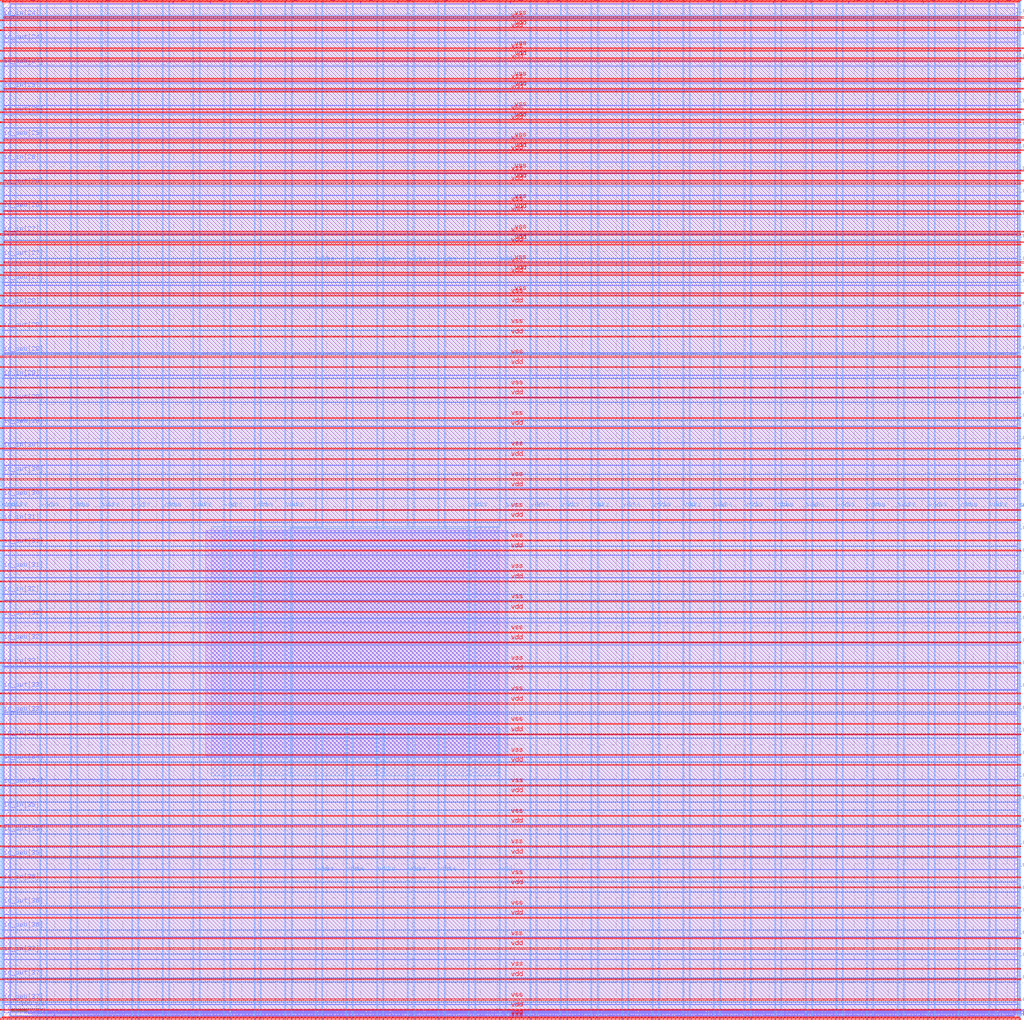
<source format=lef>
VERSION 5.7 ;
  NOWIREEXTENSIONATPIN ON ;
  DIVIDERCHAR "/" ;
  BUSBITCHARS "[]" ;
MACRO user_project_wrapper
  CLASS BLOCK ;
  FOREIGN user_project_wrapper ;
  ORIGIN 0.000 0.000 ;
  SIZE 2980.200 BY 2980.200 ;
  PIN io_in[0]
    DIRECTION INPUT ;
    USE SIGNAL ;
    PORT
      LAYER Metal3 ;
        RECT 2977.800 35.560 2985.000 36.680 ;
    END
  END io_in[0]
  PIN io_in[10]
    DIRECTION INPUT ;
    USE SIGNAL ;
    PORT
      LAYER Metal3 ;
        RECT 2977.800 2017.960 2985.000 2019.080 ;
    END
  END io_in[10]
  PIN io_in[11]
    DIRECTION INPUT ;
    USE SIGNAL ;
    PORT
      LAYER Metal3 ;
        RECT 2977.800 2216.200 2985.000 2217.320 ;
    END
  END io_in[11]
  PIN io_in[12]
    DIRECTION INPUT ;
    USE SIGNAL ;
    PORT
      LAYER Metal3 ;
        RECT 2977.800 2414.440 2985.000 2415.560 ;
    END
  END io_in[12]
  PIN io_in[13]
    DIRECTION INPUT ;
    USE SIGNAL ;
    PORT
      LAYER Metal3 ;
        RECT 2977.800 2612.680 2985.000 2613.800 ;
    END
  END io_in[13]
  PIN io_in[14]
    DIRECTION INPUT ;
    USE SIGNAL ;
    PORT
      LAYER Metal3 ;
        RECT 2977.800 2810.920 2985.000 2812.040 ;
    END
  END io_in[14]
  PIN io_in[15]
    DIRECTION INPUT ;
    USE SIGNAL ;
    PORT
      LAYER Metal2 ;
        RECT 2923.480 2977.800 2924.600 2985.000 ;
    END
  END io_in[15]
  PIN io_in[16]
    DIRECTION INPUT ;
    USE SIGNAL ;
    PORT
      LAYER Metal2 ;
        RECT 2592.520 2977.800 2593.640 2985.000 ;
    END
  END io_in[16]
  PIN io_in[17]
    DIRECTION INPUT ;
    USE SIGNAL ;
    PORT
      LAYER Metal2 ;
        RECT 2261.560 2977.800 2262.680 2985.000 ;
    END
  END io_in[17]
  PIN io_in[18]
    DIRECTION INPUT ;
    USE SIGNAL ;
    PORT
      LAYER Metal2 ;
        RECT 1930.600 2977.800 1931.720 2985.000 ;
    END
  END io_in[18]
  PIN io_in[19]
    DIRECTION INPUT ;
    USE SIGNAL ;
    PORT
      LAYER Metal2 ;
        RECT 1599.640 2977.800 1600.760 2985.000 ;
    END
  END io_in[19]
  PIN io_in[1]
    DIRECTION INPUT ;
    USE SIGNAL ;
    PORT
      LAYER Metal3 ;
        RECT 2977.800 233.800 2985.000 234.920 ;
    END
  END io_in[1]
  PIN io_in[20]
    DIRECTION INPUT ;
    USE SIGNAL ;
    PORT
      LAYER Metal2 ;
        RECT 1268.680 2977.800 1269.800 2985.000 ;
    END
  END io_in[20]
  PIN io_in[21]
    DIRECTION INPUT ;
    USE SIGNAL ;
    PORT
      LAYER Metal2 ;
        RECT 937.720 2977.800 938.840 2985.000 ;
    END
  END io_in[21]
  PIN io_in[22]
    DIRECTION INPUT ;
    USE SIGNAL ;
    PORT
      LAYER Metal2 ;
        RECT 606.760 2977.800 607.880 2985.000 ;
    END
  END io_in[22]
  PIN io_in[23]
    DIRECTION INPUT ;
    USE SIGNAL ;
    PORT
      LAYER Metal2 ;
        RECT 275.800 2977.800 276.920 2985.000 ;
    END
  END io_in[23]
  PIN io_in[24]
    DIRECTION INPUT ;
    USE SIGNAL ;
    PORT
      LAYER Metal3 ;
        RECT -4.800 2935.800 2.400 2936.920 ;
    END
  END io_in[24]
  PIN io_in[25]
    DIRECTION INPUT ;
    USE SIGNAL ;
    PORT
      LAYER Metal3 ;
        RECT -4.800 2724.120 2.400 2725.240 ;
    END
  END io_in[25]
  PIN io_in[26]
    DIRECTION INPUT ;
    USE SIGNAL ;
    PORT
      LAYER Metal3 ;
        RECT -4.800 2512.440 2.400 2513.560 ;
    END
  END io_in[26]
  PIN io_in[27]
    DIRECTION INPUT ;
    USE SIGNAL ;
    PORT
      LAYER Metal3 ;
        RECT -4.800 2300.760 2.400 2301.880 ;
    END
  END io_in[27]
  PIN io_in[28]
    DIRECTION INPUT ;
    USE SIGNAL ;
    PORT
      LAYER Metal3 ;
        RECT -4.800 2089.080 2.400 2090.200 ;
    END
  END io_in[28]
  PIN io_in[29]
    DIRECTION INPUT ;
    USE SIGNAL ;
    PORT
      LAYER Metal3 ;
        RECT -4.800 1877.400 2.400 1878.520 ;
    END
  END io_in[29]
  PIN io_in[2]
    DIRECTION INPUT ;
    USE SIGNAL ;
    PORT
      LAYER Metal3 ;
        RECT 2977.800 432.040 2985.000 433.160 ;
    END
  END io_in[2]
  PIN io_in[30]
    DIRECTION INPUT ;
    USE SIGNAL ;
    PORT
      LAYER Metal3 ;
        RECT -4.800 1665.720 2.400 1666.840 ;
    END
  END io_in[30]
  PIN io_in[31]
    DIRECTION INPUT ;
    USE SIGNAL ;
    PORT
      LAYER Metal3 ;
        RECT -4.800 1454.040 2.400 1455.160 ;
    END
  END io_in[31]
  PIN io_in[32]
    DIRECTION INPUT ;
    USE SIGNAL ;
    PORT
      LAYER Metal3 ;
        RECT -4.800 1242.360 2.400 1243.480 ;
    END
  END io_in[32]
  PIN io_in[33]
    DIRECTION INPUT ;
    USE SIGNAL ;
    PORT
      LAYER Metal3 ;
        RECT -4.800 1030.680 2.400 1031.800 ;
    END
  END io_in[33]
  PIN io_in[34]
    DIRECTION INPUT ;
    USE SIGNAL ;
    PORT
      LAYER Metal3 ;
        RECT -4.800 819.000 2.400 820.120 ;
    END
  END io_in[34]
  PIN io_in[35]
    DIRECTION INPUT ;
    USE SIGNAL ;
    PORT
      LAYER Metal3 ;
        RECT -4.800 607.320 2.400 608.440 ;
    END
  END io_in[35]
  PIN io_in[36]
    DIRECTION INPUT ;
    USE SIGNAL ;
    PORT
      LAYER Metal3 ;
        RECT -4.800 395.640 2.400 396.760 ;
    END
  END io_in[36]
  PIN io_in[37]
    DIRECTION INPUT ;
    USE SIGNAL ;
    PORT
      LAYER Metal3 ;
        RECT -4.800 183.960 2.400 185.080 ;
    END
  END io_in[37]
  PIN io_in[3]
    DIRECTION INPUT ;
    USE SIGNAL ;
    PORT
      LAYER Metal3 ;
        RECT 2977.800 630.280 2985.000 631.400 ;
    END
  END io_in[3]
  PIN io_in[4]
    DIRECTION INPUT ;
    USE SIGNAL ;
    PORT
      LAYER Metal3 ;
        RECT 2977.800 828.520 2985.000 829.640 ;
    END
  END io_in[4]
  PIN io_in[5]
    DIRECTION INPUT ;
    USE SIGNAL ;
    PORT
      LAYER Metal3 ;
        RECT 2977.800 1026.760 2985.000 1027.880 ;
    END
  END io_in[5]
  PIN io_in[6]
    DIRECTION INPUT ;
    USE SIGNAL ;
    PORT
      LAYER Metal3 ;
        RECT 2977.800 1225.000 2985.000 1226.120 ;
    END
  END io_in[6]
  PIN io_in[7]
    DIRECTION INPUT ;
    USE SIGNAL ;
    PORT
      LAYER Metal3 ;
        RECT 2977.800 1423.240 2985.000 1424.360 ;
    END
  END io_in[7]
  PIN io_in[8]
    DIRECTION INPUT ;
    USE SIGNAL ;
    PORT
      LAYER Metal3 ;
        RECT 2977.800 1621.480 2985.000 1622.600 ;
    END
  END io_in[8]
  PIN io_in[9]
    DIRECTION INPUT ;
    USE SIGNAL ;
    PORT
      LAYER Metal3 ;
        RECT 2977.800 1819.720 2985.000 1820.840 ;
    END
  END io_in[9]
  PIN io_oeb[0]
    DIRECTION OUTPUT TRISTATE ;
    USE SIGNAL ;
    PORT
      LAYER Metal3 ;
        RECT 2977.800 167.720 2985.000 168.840 ;
    END
  END io_oeb[0]
  PIN io_oeb[10]
    DIRECTION OUTPUT TRISTATE ;
    USE SIGNAL ;
    PORT
      LAYER Metal3 ;
        RECT 2977.800 2150.120 2985.000 2151.240 ;
    END
  END io_oeb[10]
  PIN io_oeb[11]
    DIRECTION OUTPUT TRISTATE ;
    USE SIGNAL ;
    PORT
      LAYER Metal3 ;
        RECT 2977.800 2348.360 2985.000 2349.480 ;
    END
  END io_oeb[11]
  PIN io_oeb[12]
    DIRECTION OUTPUT TRISTATE ;
    USE SIGNAL ;
    PORT
      LAYER Metal3 ;
        RECT 2977.800 2546.600 2985.000 2547.720 ;
    END
  END io_oeb[12]
  PIN io_oeb[13]
    DIRECTION OUTPUT TRISTATE ;
    USE SIGNAL ;
    PORT
      LAYER Metal3 ;
        RECT 2977.800 2744.840 2985.000 2745.960 ;
    END
  END io_oeb[13]
  PIN io_oeb[14]
    DIRECTION OUTPUT TRISTATE ;
    USE SIGNAL ;
    PORT
      LAYER Metal3 ;
        RECT 2977.800 2943.080 2985.000 2944.200 ;
    END
  END io_oeb[14]
  PIN io_oeb[15]
    DIRECTION OUTPUT TRISTATE ;
    USE SIGNAL ;
    PORT
      LAYER Metal2 ;
        RECT 2702.840 2977.800 2703.960 2985.000 ;
    END
  END io_oeb[15]
  PIN io_oeb[16]
    DIRECTION OUTPUT TRISTATE ;
    USE SIGNAL ;
    PORT
      LAYER Metal2 ;
        RECT 2371.880 2977.800 2373.000 2985.000 ;
    END
  END io_oeb[16]
  PIN io_oeb[17]
    DIRECTION OUTPUT TRISTATE ;
    USE SIGNAL ;
    PORT
      LAYER Metal2 ;
        RECT 2040.920 2977.800 2042.040 2985.000 ;
    END
  END io_oeb[17]
  PIN io_oeb[18]
    DIRECTION OUTPUT TRISTATE ;
    USE SIGNAL ;
    PORT
      LAYER Metal2 ;
        RECT 1709.960 2977.800 1711.080 2985.000 ;
    END
  END io_oeb[18]
  PIN io_oeb[19]
    DIRECTION OUTPUT TRISTATE ;
    USE SIGNAL ;
    PORT
      LAYER Metal2 ;
        RECT 1379.000 2977.800 1380.120 2985.000 ;
    END
  END io_oeb[19]
  PIN io_oeb[1]
    DIRECTION OUTPUT TRISTATE ;
    USE SIGNAL ;
    PORT
      LAYER Metal3 ;
        RECT 2977.800 365.960 2985.000 367.080 ;
    END
  END io_oeb[1]
  PIN io_oeb[20]
    DIRECTION OUTPUT TRISTATE ;
    USE SIGNAL ;
    PORT
      LAYER Metal2 ;
        RECT 1048.040 2977.800 1049.160 2985.000 ;
    END
  END io_oeb[20]
  PIN io_oeb[21]
    DIRECTION OUTPUT TRISTATE ;
    USE SIGNAL ;
    PORT
      LAYER Metal2 ;
        RECT 717.080 2977.800 718.200 2985.000 ;
    END
  END io_oeb[21]
  PIN io_oeb[22]
    DIRECTION OUTPUT TRISTATE ;
    USE SIGNAL ;
    PORT
      LAYER Metal2 ;
        RECT 386.120 2977.800 387.240 2985.000 ;
    END
  END io_oeb[22]
  PIN io_oeb[23]
    DIRECTION OUTPUT TRISTATE ;
    USE SIGNAL ;
    PORT
      LAYER Metal2 ;
        RECT 55.160 2977.800 56.280 2985.000 ;
    END
  END io_oeb[23]
  PIN io_oeb[24]
    DIRECTION OUTPUT TRISTATE ;
    USE SIGNAL ;
    PORT
      LAYER Metal3 ;
        RECT -4.800 2794.680 2.400 2795.800 ;
    END
  END io_oeb[24]
  PIN io_oeb[25]
    DIRECTION OUTPUT TRISTATE ;
    USE SIGNAL ;
    PORT
      LAYER Metal3 ;
        RECT -4.800 2583.000 2.400 2584.120 ;
    END
  END io_oeb[25]
  PIN io_oeb[26]
    DIRECTION OUTPUT TRISTATE ;
    USE SIGNAL ;
    PORT
      LAYER Metal3 ;
        RECT -4.800 2371.320 2.400 2372.440 ;
    END
  END io_oeb[26]
  PIN io_oeb[27]
    DIRECTION OUTPUT TRISTATE ;
    USE SIGNAL ;
    PORT
      LAYER Metal3 ;
        RECT -4.800 2159.640 2.400 2160.760 ;
    END
  END io_oeb[27]
  PIN io_oeb[28]
    DIRECTION OUTPUT TRISTATE ;
    USE SIGNAL ;
    PORT
      LAYER Metal3 ;
        RECT -4.800 1947.960 2.400 1949.080 ;
    END
  END io_oeb[28]
  PIN io_oeb[29]
    DIRECTION OUTPUT TRISTATE ;
    USE SIGNAL ;
    PORT
      LAYER Metal3 ;
        RECT -4.800 1736.280 2.400 1737.400 ;
    END
  END io_oeb[29]
  PIN io_oeb[2]
    DIRECTION OUTPUT TRISTATE ;
    USE SIGNAL ;
    PORT
      LAYER Metal3 ;
        RECT 2977.800 564.200 2985.000 565.320 ;
    END
  END io_oeb[2]
  PIN io_oeb[30]
    DIRECTION OUTPUT TRISTATE ;
    USE SIGNAL ;
    PORT
      LAYER Metal3 ;
        RECT -4.800 1524.600 2.400 1525.720 ;
    END
  END io_oeb[30]
  PIN io_oeb[31]
    DIRECTION OUTPUT TRISTATE ;
    USE SIGNAL ;
    PORT
      LAYER Metal3 ;
        RECT -4.800 1312.920 2.400 1314.040 ;
    END
  END io_oeb[31]
  PIN io_oeb[32]
    DIRECTION OUTPUT TRISTATE ;
    USE SIGNAL ;
    PORT
      LAYER Metal3 ;
        RECT -4.800 1101.240 2.400 1102.360 ;
    END
  END io_oeb[32]
  PIN io_oeb[33]
    DIRECTION OUTPUT TRISTATE ;
    USE SIGNAL ;
    PORT
      LAYER Metal3 ;
        RECT -4.800 889.560 2.400 890.680 ;
    END
  END io_oeb[33]
  PIN io_oeb[34]
    DIRECTION OUTPUT TRISTATE ;
    USE SIGNAL ;
    PORT
      LAYER Metal3 ;
        RECT -4.800 677.880 2.400 679.000 ;
    END
  END io_oeb[34]
  PIN io_oeb[35]
    DIRECTION OUTPUT TRISTATE ;
    USE SIGNAL ;
    PORT
      LAYER Metal3 ;
        RECT -4.800 466.200 2.400 467.320 ;
    END
  END io_oeb[35]
  PIN io_oeb[36]
    DIRECTION OUTPUT TRISTATE ;
    USE SIGNAL ;
    PORT
      LAYER Metal3 ;
        RECT -4.800 254.520 2.400 255.640 ;
    END
  END io_oeb[36]
  PIN io_oeb[37]
    DIRECTION OUTPUT TRISTATE ;
    USE SIGNAL ;
    PORT
      LAYER Metal3 ;
        RECT -4.800 42.840 2.400 43.960 ;
    END
  END io_oeb[37]
  PIN io_oeb[3]
    DIRECTION OUTPUT TRISTATE ;
    USE SIGNAL ;
    PORT
      LAYER Metal3 ;
        RECT 2977.800 762.440 2985.000 763.560 ;
    END
  END io_oeb[3]
  PIN io_oeb[4]
    DIRECTION OUTPUT TRISTATE ;
    USE SIGNAL ;
    PORT
      LAYER Metal3 ;
        RECT 2977.800 960.680 2985.000 961.800 ;
    END
  END io_oeb[4]
  PIN io_oeb[5]
    DIRECTION OUTPUT TRISTATE ;
    USE SIGNAL ;
    PORT
      LAYER Metal3 ;
        RECT 2977.800 1158.920 2985.000 1160.040 ;
    END
  END io_oeb[5]
  PIN io_oeb[6]
    DIRECTION OUTPUT TRISTATE ;
    USE SIGNAL ;
    PORT
      LAYER Metal3 ;
        RECT 2977.800 1357.160 2985.000 1358.280 ;
    END
  END io_oeb[6]
  PIN io_oeb[7]
    DIRECTION OUTPUT TRISTATE ;
    USE SIGNAL ;
    PORT
      LAYER Metal3 ;
        RECT 2977.800 1555.400 2985.000 1556.520 ;
    END
  END io_oeb[7]
  PIN io_oeb[8]
    DIRECTION OUTPUT TRISTATE ;
    USE SIGNAL ;
    PORT
      LAYER Metal3 ;
        RECT 2977.800 1753.640 2985.000 1754.760 ;
    END
  END io_oeb[8]
  PIN io_oeb[9]
    DIRECTION OUTPUT TRISTATE ;
    USE SIGNAL ;
    PORT
      LAYER Metal3 ;
        RECT 2977.800 1951.880 2985.000 1953.000 ;
    END
  END io_oeb[9]
  PIN io_out[0]
    DIRECTION OUTPUT TRISTATE ;
    USE SIGNAL ;
    PORT
      LAYER Metal3 ;
        RECT 2977.800 101.640 2985.000 102.760 ;
    END
  END io_out[0]
  PIN io_out[10]
    DIRECTION OUTPUT TRISTATE ;
    USE SIGNAL ;
    PORT
      LAYER Metal3 ;
        RECT 2977.800 2084.040 2985.000 2085.160 ;
    END
  END io_out[10]
  PIN io_out[11]
    DIRECTION OUTPUT TRISTATE ;
    USE SIGNAL ;
    PORT
      LAYER Metal3 ;
        RECT 2977.800 2282.280 2985.000 2283.400 ;
    END
  END io_out[11]
  PIN io_out[12]
    DIRECTION OUTPUT TRISTATE ;
    USE SIGNAL ;
    PORT
      LAYER Metal3 ;
        RECT 2977.800 2480.520 2985.000 2481.640 ;
    END
  END io_out[12]
  PIN io_out[13]
    DIRECTION OUTPUT TRISTATE ;
    USE SIGNAL ;
    PORT
      LAYER Metal3 ;
        RECT 2977.800 2678.760 2985.000 2679.880 ;
    END
  END io_out[13]
  PIN io_out[14]
    DIRECTION OUTPUT TRISTATE ;
    USE SIGNAL ;
    PORT
      LAYER Metal3 ;
        RECT 2977.800 2877.000 2985.000 2878.120 ;
    END
  END io_out[14]
  PIN io_out[15]
    DIRECTION OUTPUT TRISTATE ;
    USE SIGNAL ;
    PORT
      LAYER Metal2 ;
        RECT 2813.160 2977.800 2814.280 2985.000 ;
    END
  END io_out[15]
  PIN io_out[16]
    DIRECTION OUTPUT TRISTATE ;
    USE SIGNAL ;
    PORT
      LAYER Metal2 ;
        RECT 2482.200 2977.800 2483.320 2985.000 ;
    END
  END io_out[16]
  PIN io_out[17]
    DIRECTION OUTPUT TRISTATE ;
    USE SIGNAL ;
    PORT
      LAYER Metal2 ;
        RECT 2151.240 2977.800 2152.360 2985.000 ;
    END
  END io_out[17]
  PIN io_out[18]
    DIRECTION OUTPUT TRISTATE ;
    USE SIGNAL ;
    PORT
      LAYER Metal2 ;
        RECT 1820.280 2977.800 1821.400 2985.000 ;
    END
  END io_out[18]
  PIN io_out[19]
    DIRECTION OUTPUT TRISTATE ;
    USE SIGNAL ;
    PORT
      LAYER Metal2 ;
        RECT 1489.320 2977.800 1490.440 2985.000 ;
    END
  END io_out[19]
  PIN io_out[1]
    DIRECTION OUTPUT TRISTATE ;
    USE SIGNAL ;
    PORT
      LAYER Metal3 ;
        RECT 2977.800 299.880 2985.000 301.000 ;
    END
  END io_out[1]
  PIN io_out[20]
    DIRECTION OUTPUT TRISTATE ;
    USE SIGNAL ;
    PORT
      LAYER Metal2 ;
        RECT 1158.360 2977.800 1159.480 2985.000 ;
    END
  END io_out[20]
  PIN io_out[21]
    DIRECTION OUTPUT TRISTATE ;
    USE SIGNAL ;
    PORT
      LAYER Metal2 ;
        RECT 827.400 2977.800 828.520 2985.000 ;
    END
  END io_out[21]
  PIN io_out[22]
    DIRECTION OUTPUT TRISTATE ;
    USE SIGNAL ;
    PORT
      LAYER Metal2 ;
        RECT 496.440 2977.800 497.560 2985.000 ;
    END
  END io_out[22]
  PIN io_out[23]
    DIRECTION OUTPUT TRISTATE ;
    USE SIGNAL ;
    PORT
      LAYER Metal2 ;
        RECT 165.480 2977.800 166.600 2985.000 ;
    END
  END io_out[23]
  PIN io_out[24]
    DIRECTION OUTPUT TRISTATE ;
    USE SIGNAL ;
    PORT
      LAYER Metal3 ;
        RECT -4.800 2865.240 2.400 2866.360 ;
    END
  END io_out[24]
  PIN io_out[25]
    DIRECTION OUTPUT TRISTATE ;
    USE SIGNAL ;
    PORT
      LAYER Metal3 ;
        RECT -4.800 2653.560 2.400 2654.680 ;
    END
  END io_out[25]
  PIN io_out[26]
    DIRECTION OUTPUT TRISTATE ;
    USE SIGNAL ;
    PORT
      LAYER Metal3 ;
        RECT -4.800 2441.880 2.400 2443.000 ;
    END
  END io_out[26]
  PIN io_out[27]
    DIRECTION OUTPUT TRISTATE ;
    USE SIGNAL ;
    PORT
      LAYER Metal3 ;
        RECT -4.800 2230.200 2.400 2231.320 ;
    END
  END io_out[27]
  PIN io_out[28]
    DIRECTION OUTPUT TRISTATE ;
    USE SIGNAL ;
    PORT
      LAYER Metal3 ;
        RECT -4.800 2018.520 2.400 2019.640 ;
    END
  END io_out[28]
  PIN io_out[29]
    DIRECTION OUTPUT TRISTATE ;
    USE SIGNAL ;
    PORT
      LAYER Metal3 ;
        RECT -4.800 1806.840 2.400 1807.960 ;
    END
  END io_out[29]
  PIN io_out[2]
    DIRECTION OUTPUT TRISTATE ;
    USE SIGNAL ;
    PORT
      LAYER Metal3 ;
        RECT 2977.800 498.120 2985.000 499.240 ;
    END
  END io_out[2]
  PIN io_out[30]
    DIRECTION OUTPUT TRISTATE ;
    USE SIGNAL ;
    PORT
      LAYER Metal3 ;
        RECT -4.800 1595.160 2.400 1596.280 ;
    END
  END io_out[30]
  PIN io_out[31]
    DIRECTION OUTPUT TRISTATE ;
    USE SIGNAL ;
    PORT
      LAYER Metal3 ;
        RECT -4.800 1383.480 2.400 1384.600 ;
    END
  END io_out[31]
  PIN io_out[32]
    DIRECTION OUTPUT TRISTATE ;
    USE SIGNAL ;
    PORT
      LAYER Metal3 ;
        RECT -4.800 1171.800 2.400 1172.920 ;
    END
  END io_out[32]
  PIN io_out[33]
    DIRECTION OUTPUT TRISTATE ;
    USE SIGNAL ;
    PORT
      LAYER Metal3 ;
        RECT -4.800 960.120 2.400 961.240 ;
    END
  END io_out[33]
  PIN io_out[34]
    DIRECTION OUTPUT TRISTATE ;
    USE SIGNAL ;
    PORT
      LAYER Metal3 ;
        RECT -4.800 748.440 2.400 749.560 ;
    END
  END io_out[34]
  PIN io_out[35]
    DIRECTION OUTPUT TRISTATE ;
    USE SIGNAL ;
    PORT
      LAYER Metal3 ;
        RECT -4.800 536.760 2.400 537.880 ;
    END
  END io_out[35]
  PIN io_out[36]
    DIRECTION OUTPUT TRISTATE ;
    USE SIGNAL ;
    PORT
      LAYER Metal3 ;
        RECT -4.800 325.080 2.400 326.200 ;
    END
  END io_out[36]
  PIN io_out[37]
    DIRECTION OUTPUT TRISTATE ;
    USE SIGNAL ;
    PORT
      LAYER Metal3 ;
        RECT -4.800 113.400 2.400 114.520 ;
    END
  END io_out[37]
  PIN io_out[3]
    DIRECTION OUTPUT TRISTATE ;
    USE SIGNAL ;
    PORT
      LAYER Metal3 ;
        RECT 2977.800 696.360 2985.000 697.480 ;
    END
  END io_out[3]
  PIN io_out[4]
    DIRECTION OUTPUT TRISTATE ;
    USE SIGNAL ;
    PORT
      LAYER Metal3 ;
        RECT 2977.800 894.600 2985.000 895.720 ;
    END
  END io_out[4]
  PIN io_out[5]
    DIRECTION OUTPUT TRISTATE ;
    USE SIGNAL ;
    PORT
      LAYER Metal3 ;
        RECT 2977.800 1092.840 2985.000 1093.960 ;
    END
  END io_out[5]
  PIN io_out[6]
    DIRECTION OUTPUT TRISTATE ;
    USE SIGNAL ;
    PORT
      LAYER Metal3 ;
        RECT 2977.800 1291.080 2985.000 1292.200 ;
    END
  END io_out[6]
  PIN io_out[7]
    DIRECTION OUTPUT TRISTATE ;
    USE SIGNAL ;
    PORT
      LAYER Metal3 ;
        RECT 2977.800 1489.320 2985.000 1490.440 ;
    END
  END io_out[7]
  PIN io_out[8]
    DIRECTION OUTPUT TRISTATE ;
    USE SIGNAL ;
    PORT
      LAYER Metal3 ;
        RECT 2977.800 1687.560 2985.000 1688.680 ;
    END
  END io_out[8]
  PIN io_out[9]
    DIRECTION OUTPUT TRISTATE ;
    USE SIGNAL ;
    PORT
      LAYER Metal3 ;
        RECT 2977.800 1885.800 2985.000 1886.920 ;
    END
  END io_out[9]
  PIN la_data_in[0]
    DIRECTION INPUT ;
    USE SIGNAL ;
    PORT
      LAYER Metal2 ;
        RECT 1065.960 -4.800 1067.080 2.400 ;
    END
  END la_data_in[0]
  PIN la_data_in[10]
    DIRECTION INPUT ;
    USE SIGNAL ;
    PORT
      LAYER Metal2 ;
        RECT 1351.560 -4.800 1352.680 2.400 ;
    END
  END la_data_in[10]
  PIN la_data_in[11]
    DIRECTION INPUT ;
    USE SIGNAL ;
    PORT
      LAYER Metal2 ;
        RECT 1380.120 -4.800 1381.240 2.400 ;
    END
  END la_data_in[11]
  PIN la_data_in[12]
    DIRECTION INPUT ;
    USE SIGNAL ;
    PORT
      LAYER Metal2 ;
        RECT 1408.680 -4.800 1409.800 2.400 ;
    END
  END la_data_in[12]
  PIN la_data_in[13]
    DIRECTION INPUT ;
    USE SIGNAL ;
    PORT
      LAYER Metal2 ;
        RECT 1437.240 -4.800 1438.360 2.400 ;
    END
  END la_data_in[13]
  PIN la_data_in[14]
    DIRECTION INPUT ;
    USE SIGNAL ;
    PORT
      LAYER Metal2 ;
        RECT 1465.800 -4.800 1466.920 2.400 ;
    END
  END la_data_in[14]
  PIN la_data_in[15]
    DIRECTION INPUT ;
    USE SIGNAL ;
    PORT
      LAYER Metal2 ;
        RECT 1494.360 -4.800 1495.480 2.400 ;
    END
  END la_data_in[15]
  PIN la_data_in[16]
    DIRECTION INPUT ;
    USE SIGNAL ;
    PORT
      LAYER Metal2 ;
        RECT 1522.920 -4.800 1524.040 2.400 ;
    END
  END la_data_in[16]
  PIN la_data_in[17]
    DIRECTION INPUT ;
    USE SIGNAL ;
    PORT
      LAYER Metal2 ;
        RECT 1551.480 -4.800 1552.600 2.400 ;
    END
  END la_data_in[17]
  PIN la_data_in[18]
    DIRECTION INPUT ;
    USE SIGNAL ;
    PORT
      LAYER Metal2 ;
        RECT 1580.040 -4.800 1581.160 2.400 ;
    END
  END la_data_in[18]
  PIN la_data_in[19]
    DIRECTION INPUT ;
    USE SIGNAL ;
    PORT
      LAYER Metal2 ;
        RECT 1608.600 -4.800 1609.720 2.400 ;
    END
  END la_data_in[19]
  PIN la_data_in[1]
    DIRECTION INPUT ;
    USE SIGNAL ;
    PORT
      LAYER Metal2 ;
        RECT 1094.520 -4.800 1095.640 2.400 ;
    END
  END la_data_in[1]
  PIN la_data_in[20]
    DIRECTION INPUT ;
    USE SIGNAL ;
    PORT
      LAYER Metal2 ;
        RECT 1637.160 -4.800 1638.280 2.400 ;
    END
  END la_data_in[20]
  PIN la_data_in[21]
    DIRECTION INPUT ;
    USE SIGNAL ;
    PORT
      LAYER Metal2 ;
        RECT 1665.720 -4.800 1666.840 2.400 ;
    END
  END la_data_in[21]
  PIN la_data_in[22]
    DIRECTION INPUT ;
    USE SIGNAL ;
    PORT
      LAYER Metal2 ;
        RECT 1694.280 -4.800 1695.400 2.400 ;
    END
  END la_data_in[22]
  PIN la_data_in[23]
    DIRECTION INPUT ;
    USE SIGNAL ;
    PORT
      LAYER Metal2 ;
        RECT 1722.840 -4.800 1723.960 2.400 ;
    END
  END la_data_in[23]
  PIN la_data_in[24]
    DIRECTION INPUT ;
    USE SIGNAL ;
    PORT
      LAYER Metal2 ;
        RECT 1751.400 -4.800 1752.520 2.400 ;
    END
  END la_data_in[24]
  PIN la_data_in[25]
    DIRECTION INPUT ;
    USE SIGNAL ;
    PORT
      LAYER Metal2 ;
        RECT 1779.960 -4.800 1781.080 2.400 ;
    END
  END la_data_in[25]
  PIN la_data_in[26]
    DIRECTION INPUT ;
    USE SIGNAL ;
    PORT
      LAYER Metal2 ;
        RECT 1808.520 -4.800 1809.640 2.400 ;
    END
  END la_data_in[26]
  PIN la_data_in[27]
    DIRECTION INPUT ;
    USE SIGNAL ;
    PORT
      LAYER Metal2 ;
        RECT 1837.080 -4.800 1838.200 2.400 ;
    END
  END la_data_in[27]
  PIN la_data_in[28]
    DIRECTION INPUT ;
    USE SIGNAL ;
    PORT
      LAYER Metal2 ;
        RECT 1865.640 -4.800 1866.760 2.400 ;
    END
  END la_data_in[28]
  PIN la_data_in[29]
    DIRECTION INPUT ;
    USE SIGNAL ;
    PORT
      LAYER Metal2 ;
        RECT 1894.200 -4.800 1895.320 2.400 ;
    END
  END la_data_in[29]
  PIN la_data_in[2]
    DIRECTION INPUT ;
    USE SIGNAL ;
    PORT
      LAYER Metal2 ;
        RECT 1123.080 -4.800 1124.200 2.400 ;
    END
  END la_data_in[2]
  PIN la_data_in[30]
    DIRECTION INPUT ;
    USE SIGNAL ;
    PORT
      LAYER Metal2 ;
        RECT 1922.760 -4.800 1923.880 2.400 ;
    END
  END la_data_in[30]
  PIN la_data_in[31]
    DIRECTION INPUT ;
    USE SIGNAL ;
    PORT
      LAYER Metal2 ;
        RECT 1951.320 -4.800 1952.440 2.400 ;
    END
  END la_data_in[31]
  PIN la_data_in[32]
    DIRECTION INPUT ;
    USE SIGNAL ;
    PORT
      LAYER Metal2 ;
        RECT 1979.880 -4.800 1981.000 2.400 ;
    END
  END la_data_in[32]
  PIN la_data_in[33]
    DIRECTION INPUT ;
    USE SIGNAL ;
    PORT
      LAYER Metal2 ;
        RECT 2008.440 -4.800 2009.560 2.400 ;
    END
  END la_data_in[33]
  PIN la_data_in[34]
    DIRECTION INPUT ;
    USE SIGNAL ;
    PORT
      LAYER Metal2 ;
        RECT 2037.000 -4.800 2038.120 2.400 ;
    END
  END la_data_in[34]
  PIN la_data_in[35]
    DIRECTION INPUT ;
    USE SIGNAL ;
    PORT
      LAYER Metal2 ;
        RECT 2065.560 -4.800 2066.680 2.400 ;
    END
  END la_data_in[35]
  PIN la_data_in[36]
    DIRECTION INPUT ;
    USE SIGNAL ;
    PORT
      LAYER Metal2 ;
        RECT 2094.120 -4.800 2095.240 2.400 ;
    END
  END la_data_in[36]
  PIN la_data_in[37]
    DIRECTION INPUT ;
    USE SIGNAL ;
    PORT
      LAYER Metal2 ;
        RECT 2122.680 -4.800 2123.800 2.400 ;
    END
  END la_data_in[37]
  PIN la_data_in[38]
    DIRECTION INPUT ;
    USE SIGNAL ;
    PORT
      LAYER Metal2 ;
        RECT 2151.240 -4.800 2152.360 2.400 ;
    END
  END la_data_in[38]
  PIN la_data_in[39]
    DIRECTION INPUT ;
    USE SIGNAL ;
    PORT
      LAYER Metal2 ;
        RECT 2179.800 -4.800 2180.920 2.400 ;
    END
  END la_data_in[39]
  PIN la_data_in[3]
    DIRECTION INPUT ;
    USE SIGNAL ;
    PORT
      LAYER Metal2 ;
        RECT 1151.640 -4.800 1152.760 2.400 ;
    END
  END la_data_in[3]
  PIN la_data_in[40]
    DIRECTION INPUT ;
    USE SIGNAL ;
    PORT
      LAYER Metal2 ;
        RECT 2208.360 -4.800 2209.480 2.400 ;
    END
  END la_data_in[40]
  PIN la_data_in[41]
    DIRECTION INPUT ;
    USE SIGNAL ;
    PORT
      LAYER Metal2 ;
        RECT 2236.920 -4.800 2238.040 2.400 ;
    END
  END la_data_in[41]
  PIN la_data_in[42]
    DIRECTION INPUT ;
    USE SIGNAL ;
    PORT
      LAYER Metal2 ;
        RECT 2265.480 -4.800 2266.600 2.400 ;
    END
  END la_data_in[42]
  PIN la_data_in[43]
    DIRECTION INPUT ;
    USE SIGNAL ;
    PORT
      LAYER Metal2 ;
        RECT 2294.040 -4.800 2295.160 2.400 ;
    END
  END la_data_in[43]
  PIN la_data_in[44]
    DIRECTION INPUT ;
    USE SIGNAL ;
    PORT
      LAYER Metal2 ;
        RECT 2322.600 -4.800 2323.720 2.400 ;
    END
  END la_data_in[44]
  PIN la_data_in[45]
    DIRECTION INPUT ;
    USE SIGNAL ;
    PORT
      LAYER Metal2 ;
        RECT 2351.160 -4.800 2352.280 2.400 ;
    END
  END la_data_in[45]
  PIN la_data_in[46]
    DIRECTION INPUT ;
    USE SIGNAL ;
    PORT
      LAYER Metal2 ;
        RECT 2379.720 -4.800 2380.840 2.400 ;
    END
  END la_data_in[46]
  PIN la_data_in[47]
    DIRECTION INPUT ;
    USE SIGNAL ;
    PORT
      LAYER Metal2 ;
        RECT 2408.280 -4.800 2409.400 2.400 ;
    END
  END la_data_in[47]
  PIN la_data_in[48]
    DIRECTION INPUT ;
    USE SIGNAL ;
    PORT
      LAYER Metal2 ;
        RECT 2436.840 -4.800 2437.960 2.400 ;
    END
  END la_data_in[48]
  PIN la_data_in[49]
    DIRECTION INPUT ;
    USE SIGNAL ;
    PORT
      LAYER Metal2 ;
        RECT 2465.400 -4.800 2466.520 2.400 ;
    END
  END la_data_in[49]
  PIN la_data_in[4]
    DIRECTION INPUT ;
    USE SIGNAL ;
    PORT
      LAYER Metal2 ;
        RECT 1180.200 -4.800 1181.320 2.400 ;
    END
  END la_data_in[4]
  PIN la_data_in[50]
    DIRECTION INPUT ;
    USE SIGNAL ;
    PORT
      LAYER Metal2 ;
        RECT 2493.960 -4.800 2495.080 2.400 ;
    END
  END la_data_in[50]
  PIN la_data_in[51]
    DIRECTION INPUT ;
    USE SIGNAL ;
    PORT
      LAYER Metal2 ;
        RECT 2522.520 -4.800 2523.640 2.400 ;
    END
  END la_data_in[51]
  PIN la_data_in[52]
    DIRECTION INPUT ;
    USE SIGNAL ;
    PORT
      LAYER Metal2 ;
        RECT 2551.080 -4.800 2552.200 2.400 ;
    END
  END la_data_in[52]
  PIN la_data_in[53]
    DIRECTION INPUT ;
    USE SIGNAL ;
    PORT
      LAYER Metal2 ;
        RECT 2579.640 -4.800 2580.760 2.400 ;
    END
  END la_data_in[53]
  PIN la_data_in[54]
    DIRECTION INPUT ;
    USE SIGNAL ;
    PORT
      LAYER Metal2 ;
        RECT 2608.200 -4.800 2609.320 2.400 ;
    END
  END la_data_in[54]
  PIN la_data_in[55]
    DIRECTION INPUT ;
    USE SIGNAL ;
    PORT
      LAYER Metal2 ;
        RECT 2636.760 -4.800 2637.880 2.400 ;
    END
  END la_data_in[55]
  PIN la_data_in[56]
    DIRECTION INPUT ;
    USE SIGNAL ;
    PORT
      LAYER Metal2 ;
        RECT 2665.320 -4.800 2666.440 2.400 ;
    END
  END la_data_in[56]
  PIN la_data_in[57]
    DIRECTION INPUT ;
    USE SIGNAL ;
    PORT
      LAYER Metal2 ;
        RECT 2693.880 -4.800 2695.000 2.400 ;
    END
  END la_data_in[57]
  PIN la_data_in[58]
    DIRECTION INPUT ;
    USE SIGNAL ;
    PORT
      LAYER Metal2 ;
        RECT 2722.440 -4.800 2723.560 2.400 ;
    END
  END la_data_in[58]
  PIN la_data_in[59]
    DIRECTION INPUT ;
    USE SIGNAL ;
    PORT
      LAYER Metal2 ;
        RECT 2751.000 -4.800 2752.120 2.400 ;
    END
  END la_data_in[59]
  PIN la_data_in[5]
    DIRECTION INPUT ;
    USE SIGNAL ;
    PORT
      LAYER Metal2 ;
        RECT 1208.760 -4.800 1209.880 2.400 ;
    END
  END la_data_in[5]
  PIN la_data_in[60]
    DIRECTION INPUT ;
    USE SIGNAL ;
    PORT
      LAYER Metal2 ;
        RECT 2779.560 -4.800 2780.680 2.400 ;
    END
  END la_data_in[60]
  PIN la_data_in[61]
    DIRECTION INPUT ;
    USE SIGNAL ;
    PORT
      LAYER Metal2 ;
        RECT 2808.120 -4.800 2809.240 2.400 ;
    END
  END la_data_in[61]
  PIN la_data_in[62]
    DIRECTION INPUT ;
    USE SIGNAL ;
    PORT
      LAYER Metal2 ;
        RECT 2836.680 -4.800 2837.800 2.400 ;
    END
  END la_data_in[62]
  PIN la_data_in[63]
    DIRECTION INPUT ;
    USE SIGNAL ;
    PORT
      LAYER Metal2 ;
        RECT 2865.240 -4.800 2866.360 2.400 ;
    END
  END la_data_in[63]
  PIN la_data_in[6]
    DIRECTION INPUT ;
    USE SIGNAL ;
    PORT
      LAYER Metal2 ;
        RECT 1237.320 -4.800 1238.440 2.400 ;
    END
  END la_data_in[6]
  PIN la_data_in[7]
    DIRECTION INPUT ;
    USE SIGNAL ;
    PORT
      LAYER Metal2 ;
        RECT 1265.880 -4.800 1267.000 2.400 ;
    END
  END la_data_in[7]
  PIN la_data_in[8]
    DIRECTION INPUT ;
    USE SIGNAL ;
    PORT
      LAYER Metal2 ;
        RECT 1294.440 -4.800 1295.560 2.400 ;
    END
  END la_data_in[8]
  PIN la_data_in[9]
    DIRECTION INPUT ;
    USE SIGNAL ;
    PORT
      LAYER Metal2 ;
        RECT 1323.000 -4.800 1324.120 2.400 ;
    END
  END la_data_in[9]
  PIN la_data_out[0]
    DIRECTION OUTPUT TRISTATE ;
    USE SIGNAL ;
    PORT
      LAYER Metal2 ;
        RECT 1075.480 -4.800 1076.600 2.400 ;
    END
  END la_data_out[0]
  PIN la_data_out[10]
    DIRECTION OUTPUT TRISTATE ;
    USE SIGNAL ;
    PORT
      LAYER Metal2 ;
        RECT 1361.080 -4.800 1362.200 2.400 ;
    END
  END la_data_out[10]
  PIN la_data_out[11]
    DIRECTION OUTPUT TRISTATE ;
    USE SIGNAL ;
    PORT
      LAYER Metal2 ;
        RECT 1389.640 -4.800 1390.760 2.400 ;
    END
  END la_data_out[11]
  PIN la_data_out[12]
    DIRECTION OUTPUT TRISTATE ;
    USE SIGNAL ;
    PORT
      LAYER Metal2 ;
        RECT 1418.200 -4.800 1419.320 2.400 ;
    END
  END la_data_out[12]
  PIN la_data_out[13]
    DIRECTION OUTPUT TRISTATE ;
    USE SIGNAL ;
    PORT
      LAYER Metal2 ;
        RECT 1446.760 -4.800 1447.880 2.400 ;
    END
  END la_data_out[13]
  PIN la_data_out[14]
    DIRECTION OUTPUT TRISTATE ;
    USE SIGNAL ;
    PORT
      LAYER Metal2 ;
        RECT 1475.320 -4.800 1476.440 2.400 ;
    END
  END la_data_out[14]
  PIN la_data_out[15]
    DIRECTION OUTPUT TRISTATE ;
    USE SIGNAL ;
    PORT
      LAYER Metal2 ;
        RECT 1503.880 -4.800 1505.000 2.400 ;
    END
  END la_data_out[15]
  PIN la_data_out[16]
    DIRECTION OUTPUT TRISTATE ;
    USE SIGNAL ;
    PORT
      LAYER Metal2 ;
        RECT 1532.440 -4.800 1533.560 2.400 ;
    END
  END la_data_out[16]
  PIN la_data_out[17]
    DIRECTION OUTPUT TRISTATE ;
    USE SIGNAL ;
    PORT
      LAYER Metal2 ;
        RECT 1561.000 -4.800 1562.120 2.400 ;
    END
  END la_data_out[17]
  PIN la_data_out[18]
    DIRECTION OUTPUT TRISTATE ;
    USE SIGNAL ;
    PORT
      LAYER Metal2 ;
        RECT 1589.560 -4.800 1590.680 2.400 ;
    END
  END la_data_out[18]
  PIN la_data_out[19]
    DIRECTION OUTPUT TRISTATE ;
    USE SIGNAL ;
    PORT
      LAYER Metal2 ;
        RECT 1618.120 -4.800 1619.240 2.400 ;
    END
  END la_data_out[19]
  PIN la_data_out[1]
    DIRECTION OUTPUT TRISTATE ;
    USE SIGNAL ;
    PORT
      LAYER Metal2 ;
        RECT 1104.040 -4.800 1105.160 2.400 ;
    END
  END la_data_out[1]
  PIN la_data_out[20]
    DIRECTION OUTPUT TRISTATE ;
    USE SIGNAL ;
    PORT
      LAYER Metal2 ;
        RECT 1646.680 -4.800 1647.800 2.400 ;
    END
  END la_data_out[20]
  PIN la_data_out[21]
    DIRECTION OUTPUT TRISTATE ;
    USE SIGNAL ;
    PORT
      LAYER Metal2 ;
        RECT 1675.240 -4.800 1676.360 2.400 ;
    END
  END la_data_out[21]
  PIN la_data_out[22]
    DIRECTION OUTPUT TRISTATE ;
    USE SIGNAL ;
    PORT
      LAYER Metal2 ;
        RECT 1703.800 -4.800 1704.920 2.400 ;
    END
  END la_data_out[22]
  PIN la_data_out[23]
    DIRECTION OUTPUT TRISTATE ;
    USE SIGNAL ;
    PORT
      LAYER Metal2 ;
        RECT 1732.360 -4.800 1733.480 2.400 ;
    END
  END la_data_out[23]
  PIN la_data_out[24]
    DIRECTION OUTPUT TRISTATE ;
    USE SIGNAL ;
    PORT
      LAYER Metal2 ;
        RECT 1760.920 -4.800 1762.040 2.400 ;
    END
  END la_data_out[24]
  PIN la_data_out[25]
    DIRECTION OUTPUT TRISTATE ;
    USE SIGNAL ;
    PORT
      LAYER Metal2 ;
        RECT 1789.480 -4.800 1790.600 2.400 ;
    END
  END la_data_out[25]
  PIN la_data_out[26]
    DIRECTION OUTPUT TRISTATE ;
    USE SIGNAL ;
    PORT
      LAYER Metal2 ;
        RECT 1818.040 -4.800 1819.160 2.400 ;
    END
  END la_data_out[26]
  PIN la_data_out[27]
    DIRECTION OUTPUT TRISTATE ;
    USE SIGNAL ;
    PORT
      LAYER Metal2 ;
        RECT 1846.600 -4.800 1847.720 2.400 ;
    END
  END la_data_out[27]
  PIN la_data_out[28]
    DIRECTION OUTPUT TRISTATE ;
    USE SIGNAL ;
    PORT
      LAYER Metal2 ;
        RECT 1875.160 -4.800 1876.280 2.400 ;
    END
  END la_data_out[28]
  PIN la_data_out[29]
    DIRECTION OUTPUT TRISTATE ;
    USE SIGNAL ;
    PORT
      LAYER Metal2 ;
        RECT 1903.720 -4.800 1904.840 2.400 ;
    END
  END la_data_out[29]
  PIN la_data_out[2]
    DIRECTION OUTPUT TRISTATE ;
    USE SIGNAL ;
    PORT
      LAYER Metal2 ;
        RECT 1132.600 -4.800 1133.720 2.400 ;
    END
  END la_data_out[2]
  PIN la_data_out[30]
    DIRECTION OUTPUT TRISTATE ;
    USE SIGNAL ;
    PORT
      LAYER Metal2 ;
        RECT 1932.280 -4.800 1933.400 2.400 ;
    END
  END la_data_out[30]
  PIN la_data_out[31]
    DIRECTION OUTPUT TRISTATE ;
    USE SIGNAL ;
    PORT
      LAYER Metal2 ;
        RECT 1960.840 -4.800 1961.960 2.400 ;
    END
  END la_data_out[31]
  PIN la_data_out[32]
    DIRECTION OUTPUT TRISTATE ;
    USE SIGNAL ;
    PORT
      LAYER Metal2 ;
        RECT 1989.400 -4.800 1990.520 2.400 ;
    END
  END la_data_out[32]
  PIN la_data_out[33]
    DIRECTION OUTPUT TRISTATE ;
    USE SIGNAL ;
    PORT
      LAYER Metal2 ;
        RECT 2017.960 -4.800 2019.080 2.400 ;
    END
  END la_data_out[33]
  PIN la_data_out[34]
    DIRECTION OUTPUT TRISTATE ;
    USE SIGNAL ;
    PORT
      LAYER Metal2 ;
        RECT 2046.520 -4.800 2047.640 2.400 ;
    END
  END la_data_out[34]
  PIN la_data_out[35]
    DIRECTION OUTPUT TRISTATE ;
    USE SIGNAL ;
    PORT
      LAYER Metal2 ;
        RECT 2075.080 -4.800 2076.200 2.400 ;
    END
  END la_data_out[35]
  PIN la_data_out[36]
    DIRECTION OUTPUT TRISTATE ;
    USE SIGNAL ;
    PORT
      LAYER Metal2 ;
        RECT 2103.640 -4.800 2104.760 2.400 ;
    END
  END la_data_out[36]
  PIN la_data_out[37]
    DIRECTION OUTPUT TRISTATE ;
    USE SIGNAL ;
    PORT
      LAYER Metal2 ;
        RECT 2132.200 -4.800 2133.320 2.400 ;
    END
  END la_data_out[37]
  PIN la_data_out[38]
    DIRECTION OUTPUT TRISTATE ;
    USE SIGNAL ;
    PORT
      LAYER Metal2 ;
        RECT 2160.760 -4.800 2161.880 2.400 ;
    END
  END la_data_out[38]
  PIN la_data_out[39]
    DIRECTION OUTPUT TRISTATE ;
    USE SIGNAL ;
    PORT
      LAYER Metal2 ;
        RECT 2189.320 -4.800 2190.440 2.400 ;
    END
  END la_data_out[39]
  PIN la_data_out[3]
    DIRECTION OUTPUT TRISTATE ;
    USE SIGNAL ;
    PORT
      LAYER Metal2 ;
        RECT 1161.160 -4.800 1162.280 2.400 ;
    END
  END la_data_out[3]
  PIN la_data_out[40]
    DIRECTION OUTPUT TRISTATE ;
    USE SIGNAL ;
    PORT
      LAYER Metal2 ;
        RECT 2217.880 -4.800 2219.000 2.400 ;
    END
  END la_data_out[40]
  PIN la_data_out[41]
    DIRECTION OUTPUT TRISTATE ;
    USE SIGNAL ;
    PORT
      LAYER Metal2 ;
        RECT 2246.440 -4.800 2247.560 2.400 ;
    END
  END la_data_out[41]
  PIN la_data_out[42]
    DIRECTION OUTPUT TRISTATE ;
    USE SIGNAL ;
    PORT
      LAYER Metal2 ;
        RECT 2275.000 -4.800 2276.120 2.400 ;
    END
  END la_data_out[42]
  PIN la_data_out[43]
    DIRECTION OUTPUT TRISTATE ;
    USE SIGNAL ;
    PORT
      LAYER Metal2 ;
        RECT 2303.560 -4.800 2304.680 2.400 ;
    END
  END la_data_out[43]
  PIN la_data_out[44]
    DIRECTION OUTPUT TRISTATE ;
    USE SIGNAL ;
    PORT
      LAYER Metal2 ;
        RECT 2332.120 -4.800 2333.240 2.400 ;
    END
  END la_data_out[44]
  PIN la_data_out[45]
    DIRECTION OUTPUT TRISTATE ;
    USE SIGNAL ;
    PORT
      LAYER Metal2 ;
        RECT 2360.680 -4.800 2361.800 2.400 ;
    END
  END la_data_out[45]
  PIN la_data_out[46]
    DIRECTION OUTPUT TRISTATE ;
    USE SIGNAL ;
    PORT
      LAYER Metal2 ;
        RECT 2389.240 -4.800 2390.360 2.400 ;
    END
  END la_data_out[46]
  PIN la_data_out[47]
    DIRECTION OUTPUT TRISTATE ;
    USE SIGNAL ;
    PORT
      LAYER Metal2 ;
        RECT 2417.800 -4.800 2418.920 2.400 ;
    END
  END la_data_out[47]
  PIN la_data_out[48]
    DIRECTION OUTPUT TRISTATE ;
    USE SIGNAL ;
    PORT
      LAYER Metal2 ;
        RECT 2446.360 -4.800 2447.480 2.400 ;
    END
  END la_data_out[48]
  PIN la_data_out[49]
    DIRECTION OUTPUT TRISTATE ;
    USE SIGNAL ;
    PORT
      LAYER Metal2 ;
        RECT 2474.920 -4.800 2476.040 2.400 ;
    END
  END la_data_out[49]
  PIN la_data_out[4]
    DIRECTION OUTPUT TRISTATE ;
    USE SIGNAL ;
    PORT
      LAYER Metal2 ;
        RECT 1189.720 -4.800 1190.840 2.400 ;
    END
  END la_data_out[4]
  PIN la_data_out[50]
    DIRECTION OUTPUT TRISTATE ;
    USE SIGNAL ;
    PORT
      LAYER Metal2 ;
        RECT 2503.480 -4.800 2504.600 2.400 ;
    END
  END la_data_out[50]
  PIN la_data_out[51]
    DIRECTION OUTPUT TRISTATE ;
    USE SIGNAL ;
    PORT
      LAYER Metal2 ;
        RECT 2532.040 -4.800 2533.160 2.400 ;
    END
  END la_data_out[51]
  PIN la_data_out[52]
    DIRECTION OUTPUT TRISTATE ;
    USE SIGNAL ;
    PORT
      LAYER Metal2 ;
        RECT 2560.600 -4.800 2561.720 2.400 ;
    END
  END la_data_out[52]
  PIN la_data_out[53]
    DIRECTION OUTPUT TRISTATE ;
    USE SIGNAL ;
    PORT
      LAYER Metal2 ;
        RECT 2589.160 -4.800 2590.280 2.400 ;
    END
  END la_data_out[53]
  PIN la_data_out[54]
    DIRECTION OUTPUT TRISTATE ;
    USE SIGNAL ;
    PORT
      LAYER Metal2 ;
        RECT 2617.720 -4.800 2618.840 2.400 ;
    END
  END la_data_out[54]
  PIN la_data_out[55]
    DIRECTION OUTPUT TRISTATE ;
    USE SIGNAL ;
    PORT
      LAYER Metal2 ;
        RECT 2646.280 -4.800 2647.400 2.400 ;
    END
  END la_data_out[55]
  PIN la_data_out[56]
    DIRECTION OUTPUT TRISTATE ;
    USE SIGNAL ;
    PORT
      LAYER Metal2 ;
        RECT 2674.840 -4.800 2675.960 2.400 ;
    END
  END la_data_out[56]
  PIN la_data_out[57]
    DIRECTION OUTPUT TRISTATE ;
    USE SIGNAL ;
    PORT
      LAYER Metal2 ;
        RECT 2703.400 -4.800 2704.520 2.400 ;
    END
  END la_data_out[57]
  PIN la_data_out[58]
    DIRECTION OUTPUT TRISTATE ;
    USE SIGNAL ;
    PORT
      LAYER Metal2 ;
        RECT 2731.960 -4.800 2733.080 2.400 ;
    END
  END la_data_out[58]
  PIN la_data_out[59]
    DIRECTION OUTPUT TRISTATE ;
    USE SIGNAL ;
    PORT
      LAYER Metal2 ;
        RECT 2760.520 -4.800 2761.640 2.400 ;
    END
  END la_data_out[59]
  PIN la_data_out[5]
    DIRECTION OUTPUT TRISTATE ;
    USE SIGNAL ;
    PORT
      LAYER Metal2 ;
        RECT 1218.280 -4.800 1219.400 2.400 ;
    END
  END la_data_out[5]
  PIN la_data_out[60]
    DIRECTION OUTPUT TRISTATE ;
    USE SIGNAL ;
    PORT
      LAYER Metal2 ;
        RECT 2789.080 -4.800 2790.200 2.400 ;
    END
  END la_data_out[60]
  PIN la_data_out[61]
    DIRECTION OUTPUT TRISTATE ;
    USE SIGNAL ;
    PORT
      LAYER Metal2 ;
        RECT 2817.640 -4.800 2818.760 2.400 ;
    END
  END la_data_out[61]
  PIN la_data_out[62]
    DIRECTION OUTPUT TRISTATE ;
    USE SIGNAL ;
    PORT
      LAYER Metal2 ;
        RECT 2846.200 -4.800 2847.320 2.400 ;
    END
  END la_data_out[62]
  PIN la_data_out[63]
    DIRECTION OUTPUT TRISTATE ;
    USE SIGNAL ;
    PORT
      LAYER Metal2 ;
        RECT 2874.760 -4.800 2875.880 2.400 ;
    END
  END la_data_out[63]
  PIN la_data_out[6]
    DIRECTION OUTPUT TRISTATE ;
    USE SIGNAL ;
    PORT
      LAYER Metal2 ;
        RECT 1246.840 -4.800 1247.960 2.400 ;
    END
  END la_data_out[6]
  PIN la_data_out[7]
    DIRECTION OUTPUT TRISTATE ;
    USE SIGNAL ;
    PORT
      LAYER Metal2 ;
        RECT 1275.400 -4.800 1276.520 2.400 ;
    END
  END la_data_out[7]
  PIN la_data_out[8]
    DIRECTION OUTPUT TRISTATE ;
    USE SIGNAL ;
    PORT
      LAYER Metal2 ;
        RECT 1303.960 -4.800 1305.080 2.400 ;
    END
  END la_data_out[8]
  PIN la_data_out[9]
    DIRECTION OUTPUT TRISTATE ;
    USE SIGNAL ;
    PORT
      LAYER Metal2 ;
        RECT 1332.520 -4.800 1333.640 2.400 ;
    END
  END la_data_out[9]
  PIN la_oenb[0]
    DIRECTION INPUT ;
    USE SIGNAL ;
    PORT
      LAYER Metal2 ;
        RECT 1085.000 -4.800 1086.120 2.400 ;
    END
  END la_oenb[0]
  PIN la_oenb[10]
    DIRECTION INPUT ;
    USE SIGNAL ;
    PORT
      LAYER Metal2 ;
        RECT 1370.600 -4.800 1371.720 2.400 ;
    END
  END la_oenb[10]
  PIN la_oenb[11]
    DIRECTION INPUT ;
    USE SIGNAL ;
    PORT
      LAYER Metal2 ;
        RECT 1399.160 -4.800 1400.280 2.400 ;
    END
  END la_oenb[11]
  PIN la_oenb[12]
    DIRECTION INPUT ;
    USE SIGNAL ;
    PORT
      LAYER Metal2 ;
        RECT 1427.720 -4.800 1428.840 2.400 ;
    END
  END la_oenb[12]
  PIN la_oenb[13]
    DIRECTION INPUT ;
    USE SIGNAL ;
    PORT
      LAYER Metal2 ;
        RECT 1456.280 -4.800 1457.400 2.400 ;
    END
  END la_oenb[13]
  PIN la_oenb[14]
    DIRECTION INPUT ;
    USE SIGNAL ;
    PORT
      LAYER Metal2 ;
        RECT 1484.840 -4.800 1485.960 2.400 ;
    END
  END la_oenb[14]
  PIN la_oenb[15]
    DIRECTION INPUT ;
    USE SIGNAL ;
    PORT
      LAYER Metal2 ;
        RECT 1513.400 -4.800 1514.520 2.400 ;
    END
  END la_oenb[15]
  PIN la_oenb[16]
    DIRECTION INPUT ;
    USE SIGNAL ;
    PORT
      LAYER Metal2 ;
        RECT 1541.960 -4.800 1543.080 2.400 ;
    END
  END la_oenb[16]
  PIN la_oenb[17]
    DIRECTION INPUT ;
    USE SIGNAL ;
    PORT
      LAYER Metal2 ;
        RECT 1570.520 -4.800 1571.640 2.400 ;
    END
  END la_oenb[17]
  PIN la_oenb[18]
    DIRECTION INPUT ;
    USE SIGNAL ;
    PORT
      LAYER Metal2 ;
        RECT 1599.080 -4.800 1600.200 2.400 ;
    END
  END la_oenb[18]
  PIN la_oenb[19]
    DIRECTION INPUT ;
    USE SIGNAL ;
    PORT
      LAYER Metal2 ;
        RECT 1627.640 -4.800 1628.760 2.400 ;
    END
  END la_oenb[19]
  PIN la_oenb[1]
    DIRECTION INPUT ;
    USE SIGNAL ;
    PORT
      LAYER Metal2 ;
        RECT 1113.560 -4.800 1114.680 2.400 ;
    END
  END la_oenb[1]
  PIN la_oenb[20]
    DIRECTION INPUT ;
    USE SIGNAL ;
    PORT
      LAYER Metal2 ;
        RECT 1656.200 -4.800 1657.320 2.400 ;
    END
  END la_oenb[20]
  PIN la_oenb[21]
    DIRECTION INPUT ;
    USE SIGNAL ;
    PORT
      LAYER Metal2 ;
        RECT 1684.760 -4.800 1685.880 2.400 ;
    END
  END la_oenb[21]
  PIN la_oenb[22]
    DIRECTION INPUT ;
    USE SIGNAL ;
    PORT
      LAYER Metal2 ;
        RECT 1713.320 -4.800 1714.440 2.400 ;
    END
  END la_oenb[22]
  PIN la_oenb[23]
    DIRECTION INPUT ;
    USE SIGNAL ;
    PORT
      LAYER Metal2 ;
        RECT 1741.880 -4.800 1743.000 2.400 ;
    END
  END la_oenb[23]
  PIN la_oenb[24]
    DIRECTION INPUT ;
    USE SIGNAL ;
    PORT
      LAYER Metal2 ;
        RECT 1770.440 -4.800 1771.560 2.400 ;
    END
  END la_oenb[24]
  PIN la_oenb[25]
    DIRECTION INPUT ;
    USE SIGNAL ;
    PORT
      LAYER Metal2 ;
        RECT 1799.000 -4.800 1800.120 2.400 ;
    END
  END la_oenb[25]
  PIN la_oenb[26]
    DIRECTION INPUT ;
    USE SIGNAL ;
    PORT
      LAYER Metal2 ;
        RECT 1827.560 -4.800 1828.680 2.400 ;
    END
  END la_oenb[26]
  PIN la_oenb[27]
    DIRECTION INPUT ;
    USE SIGNAL ;
    PORT
      LAYER Metal2 ;
        RECT 1856.120 -4.800 1857.240 2.400 ;
    END
  END la_oenb[27]
  PIN la_oenb[28]
    DIRECTION INPUT ;
    USE SIGNAL ;
    PORT
      LAYER Metal2 ;
        RECT 1884.680 -4.800 1885.800 2.400 ;
    END
  END la_oenb[28]
  PIN la_oenb[29]
    DIRECTION INPUT ;
    USE SIGNAL ;
    PORT
      LAYER Metal2 ;
        RECT 1913.240 -4.800 1914.360 2.400 ;
    END
  END la_oenb[29]
  PIN la_oenb[2]
    DIRECTION INPUT ;
    USE SIGNAL ;
    PORT
      LAYER Metal2 ;
        RECT 1142.120 -4.800 1143.240 2.400 ;
    END
  END la_oenb[2]
  PIN la_oenb[30]
    DIRECTION INPUT ;
    USE SIGNAL ;
    PORT
      LAYER Metal2 ;
        RECT 1941.800 -4.800 1942.920 2.400 ;
    END
  END la_oenb[30]
  PIN la_oenb[31]
    DIRECTION INPUT ;
    USE SIGNAL ;
    PORT
      LAYER Metal2 ;
        RECT 1970.360 -4.800 1971.480 2.400 ;
    END
  END la_oenb[31]
  PIN la_oenb[32]
    DIRECTION INPUT ;
    USE SIGNAL ;
    PORT
      LAYER Metal2 ;
        RECT 1998.920 -4.800 2000.040 2.400 ;
    END
  END la_oenb[32]
  PIN la_oenb[33]
    DIRECTION INPUT ;
    USE SIGNAL ;
    PORT
      LAYER Metal2 ;
        RECT 2027.480 -4.800 2028.600 2.400 ;
    END
  END la_oenb[33]
  PIN la_oenb[34]
    DIRECTION INPUT ;
    USE SIGNAL ;
    PORT
      LAYER Metal2 ;
        RECT 2056.040 -4.800 2057.160 2.400 ;
    END
  END la_oenb[34]
  PIN la_oenb[35]
    DIRECTION INPUT ;
    USE SIGNAL ;
    PORT
      LAYER Metal2 ;
        RECT 2084.600 -4.800 2085.720 2.400 ;
    END
  END la_oenb[35]
  PIN la_oenb[36]
    DIRECTION INPUT ;
    USE SIGNAL ;
    PORT
      LAYER Metal2 ;
        RECT 2113.160 -4.800 2114.280 2.400 ;
    END
  END la_oenb[36]
  PIN la_oenb[37]
    DIRECTION INPUT ;
    USE SIGNAL ;
    PORT
      LAYER Metal2 ;
        RECT 2141.720 -4.800 2142.840 2.400 ;
    END
  END la_oenb[37]
  PIN la_oenb[38]
    DIRECTION INPUT ;
    USE SIGNAL ;
    PORT
      LAYER Metal2 ;
        RECT 2170.280 -4.800 2171.400 2.400 ;
    END
  END la_oenb[38]
  PIN la_oenb[39]
    DIRECTION INPUT ;
    USE SIGNAL ;
    PORT
      LAYER Metal2 ;
        RECT 2198.840 -4.800 2199.960 2.400 ;
    END
  END la_oenb[39]
  PIN la_oenb[3]
    DIRECTION INPUT ;
    USE SIGNAL ;
    PORT
      LAYER Metal2 ;
        RECT 1170.680 -4.800 1171.800 2.400 ;
    END
  END la_oenb[3]
  PIN la_oenb[40]
    DIRECTION INPUT ;
    USE SIGNAL ;
    PORT
      LAYER Metal2 ;
        RECT 2227.400 -4.800 2228.520 2.400 ;
    END
  END la_oenb[40]
  PIN la_oenb[41]
    DIRECTION INPUT ;
    USE SIGNAL ;
    PORT
      LAYER Metal2 ;
        RECT 2255.960 -4.800 2257.080 2.400 ;
    END
  END la_oenb[41]
  PIN la_oenb[42]
    DIRECTION INPUT ;
    USE SIGNAL ;
    PORT
      LAYER Metal2 ;
        RECT 2284.520 -4.800 2285.640 2.400 ;
    END
  END la_oenb[42]
  PIN la_oenb[43]
    DIRECTION INPUT ;
    USE SIGNAL ;
    PORT
      LAYER Metal2 ;
        RECT 2313.080 -4.800 2314.200 2.400 ;
    END
  END la_oenb[43]
  PIN la_oenb[44]
    DIRECTION INPUT ;
    USE SIGNAL ;
    PORT
      LAYER Metal2 ;
        RECT 2341.640 -4.800 2342.760 2.400 ;
    END
  END la_oenb[44]
  PIN la_oenb[45]
    DIRECTION INPUT ;
    USE SIGNAL ;
    PORT
      LAYER Metal2 ;
        RECT 2370.200 -4.800 2371.320 2.400 ;
    END
  END la_oenb[45]
  PIN la_oenb[46]
    DIRECTION INPUT ;
    USE SIGNAL ;
    PORT
      LAYER Metal2 ;
        RECT 2398.760 -4.800 2399.880 2.400 ;
    END
  END la_oenb[46]
  PIN la_oenb[47]
    DIRECTION INPUT ;
    USE SIGNAL ;
    PORT
      LAYER Metal2 ;
        RECT 2427.320 -4.800 2428.440 2.400 ;
    END
  END la_oenb[47]
  PIN la_oenb[48]
    DIRECTION INPUT ;
    USE SIGNAL ;
    PORT
      LAYER Metal2 ;
        RECT 2455.880 -4.800 2457.000 2.400 ;
    END
  END la_oenb[48]
  PIN la_oenb[49]
    DIRECTION INPUT ;
    USE SIGNAL ;
    PORT
      LAYER Metal2 ;
        RECT 2484.440 -4.800 2485.560 2.400 ;
    END
  END la_oenb[49]
  PIN la_oenb[4]
    DIRECTION INPUT ;
    USE SIGNAL ;
    PORT
      LAYER Metal2 ;
        RECT 1199.240 -4.800 1200.360 2.400 ;
    END
  END la_oenb[4]
  PIN la_oenb[50]
    DIRECTION INPUT ;
    USE SIGNAL ;
    PORT
      LAYER Metal2 ;
        RECT 2513.000 -4.800 2514.120 2.400 ;
    END
  END la_oenb[50]
  PIN la_oenb[51]
    DIRECTION INPUT ;
    USE SIGNAL ;
    PORT
      LAYER Metal2 ;
        RECT 2541.560 -4.800 2542.680 2.400 ;
    END
  END la_oenb[51]
  PIN la_oenb[52]
    DIRECTION INPUT ;
    USE SIGNAL ;
    PORT
      LAYER Metal2 ;
        RECT 2570.120 -4.800 2571.240 2.400 ;
    END
  END la_oenb[52]
  PIN la_oenb[53]
    DIRECTION INPUT ;
    USE SIGNAL ;
    PORT
      LAYER Metal2 ;
        RECT 2598.680 -4.800 2599.800 2.400 ;
    END
  END la_oenb[53]
  PIN la_oenb[54]
    DIRECTION INPUT ;
    USE SIGNAL ;
    PORT
      LAYER Metal2 ;
        RECT 2627.240 -4.800 2628.360 2.400 ;
    END
  END la_oenb[54]
  PIN la_oenb[55]
    DIRECTION INPUT ;
    USE SIGNAL ;
    PORT
      LAYER Metal2 ;
        RECT 2655.800 -4.800 2656.920 2.400 ;
    END
  END la_oenb[55]
  PIN la_oenb[56]
    DIRECTION INPUT ;
    USE SIGNAL ;
    PORT
      LAYER Metal2 ;
        RECT 2684.360 -4.800 2685.480 2.400 ;
    END
  END la_oenb[56]
  PIN la_oenb[57]
    DIRECTION INPUT ;
    USE SIGNAL ;
    PORT
      LAYER Metal2 ;
        RECT 2712.920 -4.800 2714.040 2.400 ;
    END
  END la_oenb[57]
  PIN la_oenb[58]
    DIRECTION INPUT ;
    USE SIGNAL ;
    PORT
      LAYER Metal2 ;
        RECT 2741.480 -4.800 2742.600 2.400 ;
    END
  END la_oenb[58]
  PIN la_oenb[59]
    DIRECTION INPUT ;
    USE SIGNAL ;
    PORT
      LAYER Metal2 ;
        RECT 2770.040 -4.800 2771.160 2.400 ;
    END
  END la_oenb[59]
  PIN la_oenb[5]
    DIRECTION INPUT ;
    USE SIGNAL ;
    PORT
      LAYER Metal2 ;
        RECT 1227.800 -4.800 1228.920 2.400 ;
    END
  END la_oenb[5]
  PIN la_oenb[60]
    DIRECTION INPUT ;
    USE SIGNAL ;
    PORT
      LAYER Metal2 ;
        RECT 2798.600 -4.800 2799.720 2.400 ;
    END
  END la_oenb[60]
  PIN la_oenb[61]
    DIRECTION INPUT ;
    USE SIGNAL ;
    PORT
      LAYER Metal2 ;
        RECT 2827.160 -4.800 2828.280 2.400 ;
    END
  END la_oenb[61]
  PIN la_oenb[62]
    DIRECTION INPUT ;
    USE SIGNAL ;
    PORT
      LAYER Metal2 ;
        RECT 2855.720 -4.800 2856.840 2.400 ;
    END
  END la_oenb[62]
  PIN la_oenb[63]
    DIRECTION INPUT ;
    USE SIGNAL ;
    PORT
      LAYER Metal2 ;
        RECT 2884.280 -4.800 2885.400 2.400 ;
    END
  END la_oenb[63]
  PIN la_oenb[6]
    DIRECTION INPUT ;
    USE SIGNAL ;
    PORT
      LAYER Metal2 ;
        RECT 1256.360 -4.800 1257.480 2.400 ;
    END
  END la_oenb[6]
  PIN la_oenb[7]
    DIRECTION INPUT ;
    USE SIGNAL ;
    PORT
      LAYER Metal2 ;
        RECT 1284.920 -4.800 1286.040 2.400 ;
    END
  END la_oenb[7]
  PIN la_oenb[8]
    DIRECTION INPUT ;
    USE SIGNAL ;
    PORT
      LAYER Metal2 ;
        RECT 1313.480 -4.800 1314.600 2.400 ;
    END
  END la_oenb[8]
  PIN la_oenb[9]
    DIRECTION INPUT ;
    USE SIGNAL ;
    PORT
      LAYER Metal2 ;
        RECT 1342.040 -4.800 1343.160 2.400 ;
    END
  END la_oenb[9]
  PIN user_clock2
    DIRECTION INPUT ;
    USE SIGNAL ;
    PORT
      LAYER Metal2 ;
        RECT 2893.800 -4.800 2894.920 2.400 ;
    END
  END user_clock2
  PIN user_irq[0]
    DIRECTION OUTPUT TRISTATE ;
    USE SIGNAL ;
    PORT
      LAYER Metal2 ;
        RECT 2903.320 -4.800 2904.440 2.400 ;
    END
  END user_irq[0]
  PIN user_irq[1]
    DIRECTION OUTPUT TRISTATE ;
    USE SIGNAL ;
    PORT
      LAYER Metal2 ;
        RECT 2912.840 -4.800 2913.960 2.400 ;
    END
  END user_irq[1]
  PIN user_irq[2]
    DIRECTION OUTPUT TRISTATE ;
    USE SIGNAL ;
    PORT
      LAYER Metal2 ;
        RECT 2922.360 -4.800 2923.480 2.400 ;
    END
  END user_irq[2]
  PIN vdd
    DIRECTION INOUT ;
    USE POWER ;
    PORT
      LAYER Metal4 ;
        RECT -4.780 -3.420 -1.680 2986.540 ;
    END
    PORT
      LAYER Metal5 ;
        RECT -4.780 -3.420 2985.100 -0.320 ;
    END
    PORT
      LAYER Metal5 ;
        RECT -4.780 2983.440 2985.100 2986.540 ;
    END
    PORT
      LAYER Metal4 ;
        RECT 2982.000 -3.420 2985.100 2986.540 ;
    END
    PORT
      LAYER Metal4 ;
        RECT 15.770 -8.220 18.870 2991.340 ;
    END
    PORT
      LAYER Metal4 ;
        RECT 105.770 -8.220 108.870 2991.340 ;
    END
    PORT
      LAYER Metal4 ;
        RECT 195.770 -8.220 198.870 2991.340 ;
    END
    PORT
      LAYER Metal4 ;
        RECT 285.770 -8.220 288.870 2991.340 ;
    END
    PORT
      LAYER Metal4 ;
        RECT 375.770 -8.220 378.870 2991.340 ;
    END
    PORT
      LAYER Metal4 ;
        RECT 465.770 -8.220 468.870 2991.340 ;
    END
    PORT
      LAYER Metal4 ;
        RECT 555.770 -8.220 558.870 2991.340 ;
    END
    PORT
      LAYER Metal4 ;
        RECT 645.770 -8.220 648.870 2991.340 ;
    END
    PORT
      LAYER Metal4 ;
        RECT 735.770 -8.220 738.870 2991.340 ;
    END
    PORT
      LAYER Metal4 ;
        RECT 825.770 -8.220 828.870 2991.340 ;
    END
    PORT
      LAYER Metal4 ;
        RECT 915.770 -8.220 918.870 849.370 ;
    END
    PORT
      LAYER Metal4 ;
        RECT 915.770 1439.660 918.870 2991.340 ;
    END
    PORT
      LAYER Metal4 ;
        RECT 1005.770 -8.220 1008.870 849.370 ;
    END
    PORT
      LAYER Metal4 ;
        RECT 1005.770 1436.470 1008.870 2991.340 ;
    END
    PORT
      LAYER Metal4 ;
        RECT 1095.770 -8.220 1098.870 849.370 ;
    END
    PORT
      LAYER Metal4 ;
        RECT 1095.770 1436.470 1098.870 2991.340 ;
    END
    PORT
      LAYER Metal4 ;
        RECT 1185.770 -8.220 1188.870 849.370 ;
    END
    PORT
      LAYER Metal4 ;
        RECT 1185.770 1436.470 1188.870 2991.340 ;
    END
    PORT
      LAYER Metal4 ;
        RECT 1275.770 -8.220 1278.870 849.370 ;
    END
    PORT
      LAYER Metal4 ;
        RECT 1275.770 1436.470 1278.870 2991.340 ;
    END
    PORT
      LAYER Metal4 ;
        RECT 1365.770 -8.220 1368.870 2991.340 ;
    END
    PORT
      LAYER Metal4 ;
        RECT 1455.770 -8.220 1458.870 850.100 ;
    END
    PORT
      LAYER Metal4 ;
        RECT 1455.770 1439.660 1458.870 2991.340 ;
    END
    PORT
      LAYER Metal4 ;
        RECT 1545.770 -8.220 1548.870 2991.340 ;
    END
    PORT
      LAYER Metal4 ;
        RECT 1635.770 -8.220 1638.870 2991.340 ;
    END
    PORT
      LAYER Metal4 ;
        RECT 1725.770 -8.220 1728.870 2991.340 ;
    END
    PORT
      LAYER Metal4 ;
        RECT 1815.770 -8.220 1818.870 2991.340 ;
    END
    PORT
      LAYER Metal4 ;
        RECT 1905.770 -8.220 1908.870 2991.340 ;
    END
    PORT
      LAYER Metal4 ;
        RECT 1995.770 -8.220 1998.870 2991.340 ;
    END
    PORT
      LAYER Metal4 ;
        RECT 2085.770 -8.220 2088.870 2991.340 ;
    END
    PORT
      LAYER Metal4 ;
        RECT 2175.770 -8.220 2178.870 2991.340 ;
    END
    PORT
      LAYER Metal4 ;
        RECT 2265.770 -8.220 2268.870 2991.340 ;
    END
    PORT
      LAYER Metal4 ;
        RECT 2355.770 -8.220 2358.870 2991.340 ;
    END
    PORT
      LAYER Metal4 ;
        RECT 2445.770 -8.220 2448.870 2991.340 ;
    END
    PORT
      LAYER Metal4 ;
        RECT 2535.770 -8.220 2538.870 2991.340 ;
    END
    PORT
      LAYER Metal4 ;
        RECT 2625.770 -8.220 2628.870 2991.340 ;
    END
    PORT
      LAYER Metal4 ;
        RECT 2715.770 -8.220 2718.870 2991.340 ;
    END
    PORT
      LAYER Metal4 ;
        RECT 2805.770 -8.220 2808.870 2991.340 ;
    END
    PORT
      LAYER Metal4 ;
        RECT 2895.770 -8.220 2898.870 2991.340 ;
    END
    PORT
      LAYER Metal5 ;
        RECT -9.580 19.130 2989.900 22.230 ;
    END
    PORT
      LAYER Metal5 ;
        RECT -9.580 109.130 2989.900 112.230 ;
    END
    PORT
      LAYER Metal5 ;
        RECT -9.580 199.130 2989.900 202.230 ;
    END
    PORT
      LAYER Metal5 ;
        RECT -9.580 289.130 2989.900 292.230 ;
    END
    PORT
      LAYER Metal5 ;
        RECT -9.580 379.130 2989.900 382.230 ;
    END
    PORT
      LAYER Metal5 ;
        RECT -9.580 469.130 2989.900 472.230 ;
    END
    PORT
      LAYER Metal5 ;
        RECT -9.580 559.130 2989.900 562.230 ;
    END
    PORT
      LAYER Metal5 ;
        RECT -9.580 649.130 2989.900 652.230 ;
    END
    PORT
      LAYER Metal5 ;
        RECT -9.580 739.130 2989.900 742.230 ;
    END
    PORT
      LAYER Metal5 ;
        RECT -9.580 829.130 2989.900 832.230 ;
    END
    PORT
      LAYER Metal5 ;
        RECT -9.580 919.130 2989.900 922.230 ;
    END
    PORT
      LAYER Metal5 ;
        RECT -9.580 1009.130 2989.900 1012.230 ;
    END
    PORT
      LAYER Metal5 ;
        RECT -9.580 1099.130 2989.900 1102.230 ;
    END
    PORT
      LAYER Metal5 ;
        RECT -9.580 1189.130 2989.900 1192.230 ;
    END
    PORT
      LAYER Metal5 ;
        RECT -9.580 1279.130 2989.900 1282.230 ;
    END
    PORT
      LAYER Metal5 ;
        RECT -9.580 1369.130 2989.900 1372.230 ;
    END
    PORT
      LAYER Metal5 ;
        RECT -9.580 1459.130 2989.900 1462.230 ;
    END
    PORT
      LAYER Metal5 ;
        RECT -9.580 1549.130 2989.900 1552.230 ;
    END
    PORT
      LAYER Metal5 ;
        RECT -9.580 1639.130 2989.900 1642.230 ;
    END
    PORT
      LAYER Metal5 ;
        RECT -9.580 1729.130 2989.900 1732.230 ;
    END
    PORT
      LAYER Metal5 ;
        RECT -9.580 1819.130 2989.900 1822.230 ;
    END
    PORT
      LAYER Metal5 ;
        RECT -9.580 1909.130 2989.900 1912.230 ;
    END
    PORT
      LAYER Metal5 ;
        RECT -9.580 1999.130 2989.900 2002.230 ;
    END
    PORT
      LAYER Metal5 ;
        RECT -9.580 2089.130 2989.900 2092.230 ;
    END
    PORT
      LAYER Metal5 ;
        RECT -9.580 2179.130 2989.900 2182.230 ;
    END
    PORT
      LAYER Metal5 ;
        RECT -9.580 2269.130 2989.900 2272.230 ;
    END
    PORT
      LAYER Metal5 ;
        RECT -9.580 2359.130 2989.900 2362.230 ;
    END
    PORT
      LAYER Metal5 ;
        RECT -9.580 2449.130 2989.900 2452.230 ;
    END
    PORT
      LAYER Metal5 ;
        RECT -9.580 2539.130 2989.900 2542.230 ;
    END
    PORT
      LAYER Metal5 ;
        RECT -9.580 2629.130 2989.900 2632.230 ;
    END
    PORT
      LAYER Metal5 ;
        RECT -9.580 2719.130 2989.900 2722.230 ;
    END
    PORT
      LAYER Metal5 ;
        RECT -9.580 2809.130 2989.900 2812.230 ;
    END
    PORT
      LAYER Metal5 ;
        RECT -9.580 2899.130 2989.900 2902.230 ;
    END
    PORT
      LAYER Metal5 ;
        RECT -0.060 2186.970 2999.980 2190.070 ;
    END
    PORT
      LAYER Metal5 ;
        RECT -0.060 2276.970 2999.980 2280.070 ;
    END
    PORT
      LAYER Metal5 ;
        RECT -0.060 2366.970 2999.980 2370.070 ;
    END
    PORT
      LAYER Metal5 ;
        RECT -0.060 2456.970 2999.980 2460.070 ;
    END
    PORT
      LAYER Metal5 ;
        RECT -0.060 2546.970 2999.980 2550.070 ;
    END
    PORT
      LAYER Metal5 ;
        RECT -0.060 2636.970 2999.980 2640.070 ;
    END
    PORT
      LAYER Metal5 ;
        RECT -0.060 2726.970 2999.980 2730.070 ;
    END
    PORT
      LAYER Metal5 ;
        RECT -0.060 2816.970 2999.980 2820.070 ;
    END
    PORT
      LAYER Metal5 ;
        RECT -0.060 2906.970 2999.980 2910.070 ;
    END
  END vdd
  PIN vss
    DIRECTION INOUT ;
    USE GROUND ;
    PORT
      LAYER Metal4 ;
        RECT -9.580 -8.220 -6.480 2991.340 ;
    END
    PORT
      LAYER Metal5 ;
        RECT -9.580 -8.220 2989.900 -5.120 ;
    END
    PORT
      LAYER Metal5 ;
        RECT -9.580 2988.240 2989.900 2991.340 ;
    END
    PORT
      LAYER Metal4 ;
        RECT 2986.800 -8.220 2989.900 2991.340 ;
    END
    PORT
      LAYER Metal4 ;
        RECT 34.370 -8.220 37.470 2991.340 ;
    END
    PORT
      LAYER Metal4 ;
        RECT 124.370 -8.220 127.470 2991.340 ;
    END
    PORT
      LAYER Metal4 ;
        RECT 214.370 -8.220 217.470 2991.340 ;
    END
    PORT
      LAYER Metal4 ;
        RECT 304.370 -8.220 307.470 2991.340 ;
    END
    PORT
      LAYER Metal4 ;
        RECT 394.370 -8.220 397.470 2991.340 ;
    END
    PORT
      LAYER Metal4 ;
        RECT 484.370 -8.220 487.470 2991.340 ;
    END
    PORT
      LAYER Metal4 ;
        RECT 574.370 -8.220 577.470 2991.340 ;
    END
    PORT
      LAYER Metal4 ;
        RECT 664.370 -8.220 667.470 2991.340 ;
    END
    PORT
      LAYER Metal4 ;
        RECT 754.370 -8.220 757.470 2991.340 ;
    END
    PORT
      LAYER Metal4 ;
        RECT 844.370 -8.220 847.470 2991.340 ;
    END
    PORT
      LAYER Metal4 ;
        RECT 934.370 -8.220 937.470 849.370 ;
    END
    PORT
      LAYER Metal4 ;
        RECT 934.370 1436.470 937.470 2991.340 ;
    END
    PORT
      LAYER Metal4 ;
        RECT 1024.370 -8.220 1027.470 849.370 ;
    END
    PORT
      LAYER Metal4 ;
        RECT 1024.370 1436.470 1027.470 2991.340 ;
    END
    PORT
      LAYER Metal4 ;
        RECT 1114.370 -8.220 1117.470 849.370 ;
    END
    PORT
      LAYER Metal4 ;
        RECT 1114.370 1436.470 1117.470 2991.340 ;
    END
    PORT
      LAYER Metal4 ;
        RECT 1204.370 -8.220 1207.470 849.370 ;
    END
    PORT
      LAYER Metal4 ;
        RECT 1204.370 1436.470 1207.470 2991.340 ;
    END
    PORT
      LAYER Metal4 ;
        RECT 1294.370 -8.220 1297.470 849.370 ;
    END
    PORT
      LAYER Metal4 ;
        RECT 1294.370 1436.470 1297.470 2991.340 ;
    END
    PORT
      LAYER Metal4 ;
        RECT 1384.370 -8.220 1387.470 2991.340 ;
    END
    PORT
      LAYER Metal4 ;
        RECT 1474.370 -8.220 1477.470 2991.340 ;
    END
    PORT
      LAYER Metal4 ;
        RECT 1564.370 -8.220 1567.470 2991.340 ;
    END
    PORT
      LAYER Metal4 ;
        RECT 1654.370 -8.220 1657.470 2991.340 ;
    END
    PORT
      LAYER Metal4 ;
        RECT 1744.370 -8.220 1747.470 2991.340 ;
    END
    PORT
      LAYER Metal4 ;
        RECT 1834.370 -8.220 1837.470 2991.340 ;
    END
    PORT
      LAYER Metal4 ;
        RECT 1924.370 -8.220 1927.470 2991.340 ;
    END
    PORT
      LAYER Metal4 ;
        RECT 2014.370 -8.220 2017.470 2991.340 ;
    END
    PORT
      LAYER Metal4 ;
        RECT 2104.370 -8.220 2107.470 2991.340 ;
    END
    PORT
      LAYER Metal4 ;
        RECT 2194.370 -8.220 2197.470 2991.340 ;
    END
    PORT
      LAYER Metal4 ;
        RECT 2284.370 -8.220 2287.470 2991.340 ;
    END
    PORT
      LAYER Metal4 ;
        RECT 2374.370 -8.220 2377.470 2991.340 ;
    END
    PORT
      LAYER Metal4 ;
        RECT 2464.370 -8.220 2467.470 2991.340 ;
    END
    PORT
      LAYER Metal4 ;
        RECT 2554.370 -8.220 2557.470 2991.340 ;
    END
    PORT
      LAYER Metal4 ;
        RECT 2644.370 -8.220 2647.470 2991.340 ;
    END
    PORT
      LAYER Metal4 ;
        RECT 2734.370 -8.220 2737.470 2991.340 ;
    END
    PORT
      LAYER Metal4 ;
        RECT 2824.370 -8.220 2827.470 2991.340 ;
    END
    PORT
      LAYER Metal4 ;
        RECT 2914.370 -8.220 2917.470 2991.340 ;
    END
    PORT
      LAYER Metal5 ;
        RECT -9.580 49.130 2989.900 52.230 ;
    END
    PORT
      LAYER Metal5 ;
        RECT -9.580 139.130 2989.900 142.230 ;
    END
    PORT
      LAYER Metal5 ;
        RECT -9.580 229.130 2989.900 232.230 ;
    END
    PORT
      LAYER Metal5 ;
        RECT -9.580 319.130 2989.900 322.230 ;
    END
    PORT
      LAYER Metal5 ;
        RECT -9.580 409.130 2989.900 412.230 ;
    END
    PORT
      LAYER Metal5 ;
        RECT -9.580 499.130 2989.900 502.230 ;
    END
    PORT
      LAYER Metal5 ;
        RECT -9.580 589.130 2989.900 592.230 ;
    END
    PORT
      LAYER Metal5 ;
        RECT -9.580 679.130 2989.900 682.230 ;
    END
    PORT
      LAYER Metal5 ;
        RECT -9.580 769.130 2989.900 772.230 ;
    END
    PORT
      LAYER Metal5 ;
        RECT -9.580 859.130 2989.900 862.230 ;
    END
    PORT
      LAYER Metal5 ;
        RECT -9.580 949.130 2989.900 952.230 ;
    END
    PORT
      LAYER Metal5 ;
        RECT -9.580 1039.130 2989.900 1042.230 ;
    END
    PORT
      LAYER Metal5 ;
        RECT -9.580 1129.130 2989.900 1132.230 ;
    END
    PORT
      LAYER Metal5 ;
        RECT -9.580 1219.130 2989.900 1222.230 ;
    END
    PORT
      LAYER Metal5 ;
        RECT -9.580 1309.130 2989.900 1312.230 ;
    END
    PORT
      LAYER Metal5 ;
        RECT -9.580 1399.130 2989.900 1402.230 ;
    END
    PORT
      LAYER Metal5 ;
        RECT -9.580 1489.130 2989.900 1492.230 ;
    END
    PORT
      LAYER Metal5 ;
        RECT -9.580 1579.130 2989.900 1582.230 ;
    END
    PORT
      LAYER Metal5 ;
        RECT -9.580 1669.130 2989.900 1672.230 ;
    END
    PORT
      LAYER Metal5 ;
        RECT -9.580 1759.130 2989.900 1762.230 ;
    END
    PORT
      LAYER Metal5 ;
        RECT -9.580 1849.130 2989.900 1852.230 ;
    END
    PORT
      LAYER Metal5 ;
        RECT -9.580 1939.130 2989.900 1942.230 ;
    END
    PORT
      LAYER Metal5 ;
        RECT -9.580 2029.130 2989.900 2032.230 ;
    END
    PORT
      LAYER Metal5 ;
        RECT -9.580 2119.130 2989.900 2122.230 ;
    END
    PORT
      LAYER Metal5 ;
        RECT -9.580 2209.130 2989.900 2212.230 ;
    END
    PORT
      LAYER Metal5 ;
        RECT -9.580 2299.130 2989.900 2302.230 ;
    END
    PORT
      LAYER Metal5 ;
        RECT -9.580 2389.130 2989.900 2392.230 ;
    END
    PORT
      LAYER Metal5 ;
        RECT -9.580 2479.130 2989.900 2482.230 ;
    END
    PORT
      LAYER Metal5 ;
        RECT -9.580 2569.130 2989.900 2572.230 ;
    END
    PORT
      LAYER Metal5 ;
        RECT -9.580 2659.130 2989.900 2662.230 ;
    END
    PORT
      LAYER Metal5 ;
        RECT -9.580 2749.130 2989.900 2752.230 ;
    END
    PORT
      LAYER Metal5 ;
        RECT -9.580 2839.130 2989.900 2842.230 ;
    END
    PORT
      LAYER Metal5 ;
        RECT -9.580 2929.130 2989.900 2932.230 ;
    END
    PORT
      LAYER Metal5 ;
        RECT -0.060 2126.970 2999.980 2130.070 ;
    END
    PORT
      LAYER Metal5 ;
        RECT -0.060 2216.970 2999.980 2220.070 ;
    END
    PORT
      LAYER Metal5 ;
        RECT -0.060 2306.970 2999.980 2310.070 ;
    END
    PORT
      LAYER Metal5 ;
        RECT -0.060 2396.970 2999.980 2400.070 ;
    END
    PORT
      LAYER Metal5 ;
        RECT -0.060 2486.970 2999.980 2490.070 ;
    END
    PORT
      LAYER Metal5 ;
        RECT -0.060 2576.970 2999.980 2580.070 ;
    END
    PORT
      LAYER Metal5 ;
        RECT -0.060 2666.970 2999.980 2670.070 ;
    END
    PORT
      LAYER Metal5 ;
        RECT -0.060 2756.970 2999.980 2760.070 ;
    END
    PORT
      LAYER Metal5 ;
        RECT -0.060 2846.970 2999.980 2850.070 ;
    END
    PORT
      LAYER Metal5 ;
        RECT -0.060 2936.970 2999.980 2940.070 ;
    END
  END vss
  PIN wb_clk_i
    DIRECTION INPUT ;
    USE SIGNAL ;
    PORT
      LAYER Metal2 ;
        RECT 56.840 -4.800 57.960 2.400 ;
    END
  END wb_clk_i
  PIN wb_rst_i
    DIRECTION INPUT ;
    USE SIGNAL ;
    PORT
      LAYER Metal2 ;
        RECT 66.360 -4.800 67.480 2.400 ;
    END
  END wb_rst_i
  PIN wbs_ack_o
    DIRECTION OUTPUT TRISTATE ;
    USE SIGNAL ;
    PORT
      LAYER Metal2 ;
        RECT 75.880 -4.800 77.000 2.400 ;
    END
  END wbs_ack_o
  PIN wbs_adr_i[0]
    DIRECTION INPUT ;
    USE SIGNAL ;
    PORT
      LAYER Metal2 ;
        RECT 113.960 -4.800 115.080 2.400 ;
    END
  END wbs_adr_i[0]
  PIN wbs_adr_i[10]
    DIRECTION INPUT ;
    USE SIGNAL ;
    PORT
      LAYER Metal2 ;
        RECT 437.640 -4.800 438.760 2.400 ;
    END
  END wbs_adr_i[10]
  PIN wbs_adr_i[11]
    DIRECTION INPUT ;
    USE SIGNAL ;
    PORT
      LAYER Metal2 ;
        RECT 466.200 -4.800 467.320 2.400 ;
    END
  END wbs_adr_i[11]
  PIN wbs_adr_i[12]
    DIRECTION INPUT ;
    USE SIGNAL ;
    PORT
      LAYER Metal2 ;
        RECT 494.760 -4.800 495.880 2.400 ;
    END
  END wbs_adr_i[12]
  PIN wbs_adr_i[13]
    DIRECTION INPUT ;
    USE SIGNAL ;
    PORT
      LAYER Metal2 ;
        RECT 523.320 -4.800 524.440 2.400 ;
    END
  END wbs_adr_i[13]
  PIN wbs_adr_i[14]
    DIRECTION INPUT ;
    USE SIGNAL ;
    PORT
      LAYER Metal2 ;
        RECT 551.880 -4.800 553.000 2.400 ;
    END
  END wbs_adr_i[14]
  PIN wbs_adr_i[15]
    DIRECTION INPUT ;
    USE SIGNAL ;
    PORT
      LAYER Metal2 ;
        RECT 580.440 -4.800 581.560 2.400 ;
    END
  END wbs_adr_i[15]
  PIN wbs_adr_i[16]
    DIRECTION INPUT ;
    USE SIGNAL ;
    PORT
      LAYER Metal2 ;
        RECT 609.000 -4.800 610.120 2.400 ;
    END
  END wbs_adr_i[16]
  PIN wbs_adr_i[17]
    DIRECTION INPUT ;
    USE SIGNAL ;
    PORT
      LAYER Metal2 ;
        RECT 637.560 -4.800 638.680 2.400 ;
    END
  END wbs_adr_i[17]
  PIN wbs_adr_i[18]
    DIRECTION INPUT ;
    USE SIGNAL ;
    PORT
      LAYER Metal2 ;
        RECT 666.120 -4.800 667.240 2.400 ;
    END
  END wbs_adr_i[18]
  PIN wbs_adr_i[19]
    DIRECTION INPUT ;
    USE SIGNAL ;
    PORT
      LAYER Metal2 ;
        RECT 694.680 -4.800 695.800 2.400 ;
    END
  END wbs_adr_i[19]
  PIN wbs_adr_i[1]
    DIRECTION INPUT ;
    USE SIGNAL ;
    PORT
      LAYER Metal2 ;
        RECT 152.040 -4.800 153.160 2.400 ;
    END
  END wbs_adr_i[1]
  PIN wbs_adr_i[20]
    DIRECTION INPUT ;
    USE SIGNAL ;
    PORT
      LAYER Metal2 ;
        RECT 723.240 -4.800 724.360 2.400 ;
    END
  END wbs_adr_i[20]
  PIN wbs_adr_i[21]
    DIRECTION INPUT ;
    USE SIGNAL ;
    PORT
      LAYER Metal2 ;
        RECT 751.800 -4.800 752.920 2.400 ;
    END
  END wbs_adr_i[21]
  PIN wbs_adr_i[22]
    DIRECTION INPUT ;
    USE SIGNAL ;
    PORT
      LAYER Metal2 ;
        RECT 780.360 -4.800 781.480 2.400 ;
    END
  END wbs_adr_i[22]
  PIN wbs_adr_i[23]
    DIRECTION INPUT ;
    USE SIGNAL ;
    PORT
      LAYER Metal2 ;
        RECT 808.920 -4.800 810.040 2.400 ;
    END
  END wbs_adr_i[23]
  PIN wbs_adr_i[24]
    DIRECTION INPUT ;
    USE SIGNAL ;
    PORT
      LAYER Metal2 ;
        RECT 837.480 -4.800 838.600 2.400 ;
    END
  END wbs_adr_i[24]
  PIN wbs_adr_i[25]
    DIRECTION INPUT ;
    USE SIGNAL ;
    PORT
      LAYER Metal2 ;
        RECT 866.040 -4.800 867.160 2.400 ;
    END
  END wbs_adr_i[25]
  PIN wbs_adr_i[26]
    DIRECTION INPUT ;
    USE SIGNAL ;
    PORT
      LAYER Metal2 ;
        RECT 894.600 -4.800 895.720 2.400 ;
    END
  END wbs_adr_i[26]
  PIN wbs_adr_i[27]
    DIRECTION INPUT ;
    USE SIGNAL ;
    PORT
      LAYER Metal2 ;
        RECT 923.160 -4.800 924.280 2.400 ;
    END
  END wbs_adr_i[27]
  PIN wbs_adr_i[28]
    DIRECTION INPUT ;
    USE SIGNAL ;
    PORT
      LAYER Metal2 ;
        RECT 951.720 -4.800 952.840 2.400 ;
    END
  END wbs_adr_i[28]
  PIN wbs_adr_i[29]
    DIRECTION INPUT ;
    USE SIGNAL ;
    PORT
      LAYER Metal2 ;
        RECT 980.280 -4.800 981.400 2.400 ;
    END
  END wbs_adr_i[29]
  PIN wbs_adr_i[2]
    DIRECTION INPUT ;
    USE SIGNAL ;
    PORT
      LAYER Metal2 ;
        RECT 190.120 -4.800 191.240 2.400 ;
    END
  END wbs_adr_i[2]
  PIN wbs_adr_i[30]
    DIRECTION INPUT ;
    USE SIGNAL ;
    PORT
      LAYER Metal2 ;
        RECT 1008.840 -4.800 1009.960 2.400 ;
    END
  END wbs_adr_i[30]
  PIN wbs_adr_i[31]
    DIRECTION INPUT ;
    USE SIGNAL ;
    PORT
      LAYER Metal2 ;
        RECT 1037.400 -4.800 1038.520 2.400 ;
    END
  END wbs_adr_i[31]
  PIN wbs_adr_i[3]
    DIRECTION INPUT ;
    USE SIGNAL ;
    PORT
      LAYER Metal2 ;
        RECT 228.200 -4.800 229.320 2.400 ;
    END
  END wbs_adr_i[3]
  PIN wbs_adr_i[4]
    DIRECTION INPUT ;
    USE SIGNAL ;
    PORT
      LAYER Metal2 ;
        RECT 266.280 -4.800 267.400 2.400 ;
    END
  END wbs_adr_i[4]
  PIN wbs_adr_i[5]
    DIRECTION INPUT ;
    USE SIGNAL ;
    PORT
      LAYER Metal2 ;
        RECT 294.840 -4.800 295.960 2.400 ;
    END
  END wbs_adr_i[5]
  PIN wbs_adr_i[6]
    DIRECTION INPUT ;
    USE SIGNAL ;
    PORT
      LAYER Metal2 ;
        RECT 323.400 -4.800 324.520 2.400 ;
    END
  END wbs_adr_i[6]
  PIN wbs_adr_i[7]
    DIRECTION INPUT ;
    USE SIGNAL ;
    PORT
      LAYER Metal2 ;
        RECT 351.960 -4.800 353.080 2.400 ;
    END
  END wbs_adr_i[7]
  PIN wbs_adr_i[8]
    DIRECTION INPUT ;
    USE SIGNAL ;
    PORT
      LAYER Metal2 ;
        RECT 380.520 -4.800 381.640 2.400 ;
    END
  END wbs_adr_i[8]
  PIN wbs_adr_i[9]
    DIRECTION INPUT ;
    USE SIGNAL ;
    PORT
      LAYER Metal2 ;
        RECT 409.080 -4.800 410.200 2.400 ;
    END
  END wbs_adr_i[9]
  PIN wbs_cyc_i
    DIRECTION INPUT ;
    USE SIGNAL ;
    PORT
      LAYER Metal2 ;
        RECT 85.400 -4.800 86.520 2.400 ;
    END
  END wbs_cyc_i
  PIN wbs_dat_i[0]
    DIRECTION INPUT ;
    USE SIGNAL ;
    PORT
      LAYER Metal2 ;
        RECT 123.480 -4.800 124.600 2.400 ;
    END
  END wbs_dat_i[0]
  PIN wbs_dat_i[10]
    DIRECTION INPUT ;
    USE SIGNAL ;
    PORT
      LAYER Metal2 ;
        RECT 447.160 -4.800 448.280 2.400 ;
    END
  END wbs_dat_i[10]
  PIN wbs_dat_i[11]
    DIRECTION INPUT ;
    USE SIGNAL ;
    PORT
      LAYER Metal2 ;
        RECT 475.720 -4.800 476.840 2.400 ;
    END
  END wbs_dat_i[11]
  PIN wbs_dat_i[12]
    DIRECTION INPUT ;
    USE SIGNAL ;
    PORT
      LAYER Metal2 ;
        RECT 504.280 -4.800 505.400 2.400 ;
    END
  END wbs_dat_i[12]
  PIN wbs_dat_i[13]
    DIRECTION INPUT ;
    USE SIGNAL ;
    PORT
      LAYER Metal2 ;
        RECT 532.840 -4.800 533.960 2.400 ;
    END
  END wbs_dat_i[13]
  PIN wbs_dat_i[14]
    DIRECTION INPUT ;
    USE SIGNAL ;
    PORT
      LAYER Metal2 ;
        RECT 561.400 -4.800 562.520 2.400 ;
    END
  END wbs_dat_i[14]
  PIN wbs_dat_i[15]
    DIRECTION INPUT ;
    USE SIGNAL ;
    PORT
      LAYER Metal2 ;
        RECT 589.960 -4.800 591.080 2.400 ;
    END
  END wbs_dat_i[15]
  PIN wbs_dat_i[16]
    DIRECTION INPUT ;
    USE SIGNAL ;
    PORT
      LAYER Metal2 ;
        RECT 618.520 -4.800 619.640 2.400 ;
    END
  END wbs_dat_i[16]
  PIN wbs_dat_i[17]
    DIRECTION INPUT ;
    USE SIGNAL ;
    PORT
      LAYER Metal2 ;
        RECT 647.080 -4.800 648.200 2.400 ;
    END
  END wbs_dat_i[17]
  PIN wbs_dat_i[18]
    DIRECTION INPUT ;
    USE SIGNAL ;
    PORT
      LAYER Metal2 ;
        RECT 675.640 -4.800 676.760 2.400 ;
    END
  END wbs_dat_i[18]
  PIN wbs_dat_i[19]
    DIRECTION INPUT ;
    USE SIGNAL ;
    PORT
      LAYER Metal2 ;
        RECT 704.200 -4.800 705.320 2.400 ;
    END
  END wbs_dat_i[19]
  PIN wbs_dat_i[1]
    DIRECTION INPUT ;
    USE SIGNAL ;
    PORT
      LAYER Metal2 ;
        RECT 161.560 -4.800 162.680 2.400 ;
    END
  END wbs_dat_i[1]
  PIN wbs_dat_i[20]
    DIRECTION INPUT ;
    USE SIGNAL ;
    PORT
      LAYER Metal2 ;
        RECT 732.760 -4.800 733.880 2.400 ;
    END
  END wbs_dat_i[20]
  PIN wbs_dat_i[21]
    DIRECTION INPUT ;
    USE SIGNAL ;
    PORT
      LAYER Metal2 ;
        RECT 761.320 -4.800 762.440 2.400 ;
    END
  END wbs_dat_i[21]
  PIN wbs_dat_i[22]
    DIRECTION INPUT ;
    USE SIGNAL ;
    PORT
      LAYER Metal2 ;
        RECT 789.880 -4.800 791.000 2.400 ;
    END
  END wbs_dat_i[22]
  PIN wbs_dat_i[23]
    DIRECTION INPUT ;
    USE SIGNAL ;
    PORT
      LAYER Metal2 ;
        RECT 818.440 -4.800 819.560 2.400 ;
    END
  END wbs_dat_i[23]
  PIN wbs_dat_i[24]
    DIRECTION INPUT ;
    USE SIGNAL ;
    PORT
      LAYER Metal2 ;
        RECT 847.000 -4.800 848.120 2.400 ;
    END
  END wbs_dat_i[24]
  PIN wbs_dat_i[25]
    DIRECTION INPUT ;
    USE SIGNAL ;
    PORT
      LAYER Metal2 ;
        RECT 875.560 -4.800 876.680 2.400 ;
    END
  END wbs_dat_i[25]
  PIN wbs_dat_i[26]
    DIRECTION INPUT ;
    USE SIGNAL ;
    PORT
      LAYER Metal2 ;
        RECT 904.120 -4.800 905.240 2.400 ;
    END
  END wbs_dat_i[26]
  PIN wbs_dat_i[27]
    DIRECTION INPUT ;
    USE SIGNAL ;
    PORT
      LAYER Metal2 ;
        RECT 932.680 -4.800 933.800 2.400 ;
    END
  END wbs_dat_i[27]
  PIN wbs_dat_i[28]
    DIRECTION INPUT ;
    USE SIGNAL ;
    PORT
      LAYER Metal2 ;
        RECT 961.240 -4.800 962.360 2.400 ;
    END
  END wbs_dat_i[28]
  PIN wbs_dat_i[29]
    DIRECTION INPUT ;
    USE SIGNAL ;
    PORT
      LAYER Metal2 ;
        RECT 989.800 -4.800 990.920 2.400 ;
    END
  END wbs_dat_i[29]
  PIN wbs_dat_i[2]
    DIRECTION INPUT ;
    USE SIGNAL ;
    PORT
      LAYER Metal2 ;
        RECT 199.640 -4.800 200.760 2.400 ;
    END
  END wbs_dat_i[2]
  PIN wbs_dat_i[30]
    DIRECTION INPUT ;
    USE SIGNAL ;
    PORT
      LAYER Metal2 ;
        RECT 1018.360 -4.800 1019.480 2.400 ;
    END
  END wbs_dat_i[30]
  PIN wbs_dat_i[31]
    DIRECTION INPUT ;
    USE SIGNAL ;
    PORT
      LAYER Metal2 ;
        RECT 1046.920 -4.800 1048.040 2.400 ;
    END
  END wbs_dat_i[31]
  PIN wbs_dat_i[3]
    DIRECTION INPUT ;
    USE SIGNAL ;
    PORT
      LAYER Metal2 ;
        RECT 237.720 -4.800 238.840 2.400 ;
    END
  END wbs_dat_i[3]
  PIN wbs_dat_i[4]
    DIRECTION INPUT ;
    USE SIGNAL ;
    PORT
      LAYER Metal2 ;
        RECT 275.800 -4.800 276.920 2.400 ;
    END
  END wbs_dat_i[4]
  PIN wbs_dat_i[5]
    DIRECTION INPUT ;
    USE SIGNAL ;
    PORT
      LAYER Metal2 ;
        RECT 304.360 -4.800 305.480 2.400 ;
    END
  END wbs_dat_i[5]
  PIN wbs_dat_i[6]
    DIRECTION INPUT ;
    USE SIGNAL ;
    PORT
      LAYER Metal2 ;
        RECT 332.920 -4.800 334.040 2.400 ;
    END
  END wbs_dat_i[6]
  PIN wbs_dat_i[7]
    DIRECTION INPUT ;
    USE SIGNAL ;
    PORT
      LAYER Metal2 ;
        RECT 361.480 -4.800 362.600 2.400 ;
    END
  END wbs_dat_i[7]
  PIN wbs_dat_i[8]
    DIRECTION INPUT ;
    USE SIGNAL ;
    PORT
      LAYER Metal2 ;
        RECT 390.040 -4.800 391.160 2.400 ;
    END
  END wbs_dat_i[8]
  PIN wbs_dat_i[9]
    DIRECTION INPUT ;
    USE SIGNAL ;
    PORT
      LAYER Metal2 ;
        RECT 418.600 -4.800 419.720 2.400 ;
    END
  END wbs_dat_i[9]
  PIN wbs_dat_o[0]
    DIRECTION OUTPUT TRISTATE ;
    USE SIGNAL ;
    PORT
      LAYER Metal2 ;
        RECT 133.000 -4.800 134.120 2.400 ;
    END
  END wbs_dat_o[0]
  PIN wbs_dat_o[10]
    DIRECTION OUTPUT TRISTATE ;
    USE SIGNAL ;
    PORT
      LAYER Metal2 ;
        RECT 456.680 -4.800 457.800 2.400 ;
    END
  END wbs_dat_o[10]
  PIN wbs_dat_o[11]
    DIRECTION OUTPUT TRISTATE ;
    USE SIGNAL ;
    PORT
      LAYER Metal2 ;
        RECT 485.240 -4.800 486.360 2.400 ;
    END
  END wbs_dat_o[11]
  PIN wbs_dat_o[12]
    DIRECTION OUTPUT TRISTATE ;
    USE SIGNAL ;
    PORT
      LAYER Metal2 ;
        RECT 513.800 -4.800 514.920 2.400 ;
    END
  END wbs_dat_o[12]
  PIN wbs_dat_o[13]
    DIRECTION OUTPUT TRISTATE ;
    USE SIGNAL ;
    PORT
      LAYER Metal2 ;
        RECT 542.360 -4.800 543.480 2.400 ;
    END
  END wbs_dat_o[13]
  PIN wbs_dat_o[14]
    DIRECTION OUTPUT TRISTATE ;
    USE SIGNAL ;
    PORT
      LAYER Metal2 ;
        RECT 570.920 -4.800 572.040 2.400 ;
    END
  END wbs_dat_o[14]
  PIN wbs_dat_o[15]
    DIRECTION OUTPUT TRISTATE ;
    USE SIGNAL ;
    PORT
      LAYER Metal2 ;
        RECT 599.480 -4.800 600.600 2.400 ;
    END
  END wbs_dat_o[15]
  PIN wbs_dat_o[16]
    DIRECTION OUTPUT TRISTATE ;
    USE SIGNAL ;
    PORT
      LAYER Metal2 ;
        RECT 628.040 -4.800 629.160 2.400 ;
    END
  END wbs_dat_o[16]
  PIN wbs_dat_o[17]
    DIRECTION OUTPUT TRISTATE ;
    USE SIGNAL ;
    PORT
      LAYER Metal2 ;
        RECT 656.600 -4.800 657.720 2.400 ;
    END
  END wbs_dat_o[17]
  PIN wbs_dat_o[18]
    DIRECTION OUTPUT TRISTATE ;
    USE SIGNAL ;
    PORT
      LAYER Metal2 ;
        RECT 685.160 -4.800 686.280 2.400 ;
    END
  END wbs_dat_o[18]
  PIN wbs_dat_o[19]
    DIRECTION OUTPUT TRISTATE ;
    USE SIGNAL ;
    PORT
      LAYER Metal2 ;
        RECT 713.720 -4.800 714.840 2.400 ;
    END
  END wbs_dat_o[19]
  PIN wbs_dat_o[1]
    DIRECTION OUTPUT TRISTATE ;
    USE SIGNAL ;
    PORT
      LAYER Metal2 ;
        RECT 171.080 -4.800 172.200 2.400 ;
    END
  END wbs_dat_o[1]
  PIN wbs_dat_o[20]
    DIRECTION OUTPUT TRISTATE ;
    USE SIGNAL ;
    PORT
      LAYER Metal2 ;
        RECT 742.280 -4.800 743.400 2.400 ;
    END
  END wbs_dat_o[20]
  PIN wbs_dat_o[21]
    DIRECTION OUTPUT TRISTATE ;
    USE SIGNAL ;
    PORT
      LAYER Metal2 ;
        RECT 770.840 -4.800 771.960 2.400 ;
    END
  END wbs_dat_o[21]
  PIN wbs_dat_o[22]
    DIRECTION OUTPUT TRISTATE ;
    USE SIGNAL ;
    PORT
      LAYER Metal2 ;
        RECT 799.400 -4.800 800.520 2.400 ;
    END
  END wbs_dat_o[22]
  PIN wbs_dat_o[23]
    DIRECTION OUTPUT TRISTATE ;
    USE SIGNAL ;
    PORT
      LAYER Metal2 ;
        RECT 827.960 -4.800 829.080 2.400 ;
    END
  END wbs_dat_o[23]
  PIN wbs_dat_o[24]
    DIRECTION OUTPUT TRISTATE ;
    USE SIGNAL ;
    PORT
      LAYER Metal2 ;
        RECT 856.520 -4.800 857.640 2.400 ;
    END
  END wbs_dat_o[24]
  PIN wbs_dat_o[25]
    DIRECTION OUTPUT TRISTATE ;
    USE SIGNAL ;
    PORT
      LAYER Metal2 ;
        RECT 885.080 -4.800 886.200 2.400 ;
    END
  END wbs_dat_o[25]
  PIN wbs_dat_o[26]
    DIRECTION OUTPUT TRISTATE ;
    USE SIGNAL ;
    PORT
      LAYER Metal2 ;
        RECT 913.640 -4.800 914.760 2.400 ;
    END
  END wbs_dat_o[26]
  PIN wbs_dat_o[27]
    DIRECTION OUTPUT TRISTATE ;
    USE SIGNAL ;
    PORT
      LAYER Metal2 ;
        RECT 942.200 -4.800 943.320 2.400 ;
    END
  END wbs_dat_o[27]
  PIN wbs_dat_o[28]
    DIRECTION OUTPUT TRISTATE ;
    USE SIGNAL ;
    PORT
      LAYER Metal2 ;
        RECT 970.760 -4.800 971.880 2.400 ;
    END
  END wbs_dat_o[28]
  PIN wbs_dat_o[29]
    DIRECTION OUTPUT TRISTATE ;
    USE SIGNAL ;
    PORT
      LAYER Metal2 ;
        RECT 999.320 -4.800 1000.440 2.400 ;
    END
  END wbs_dat_o[29]
  PIN wbs_dat_o[2]
    DIRECTION OUTPUT TRISTATE ;
    USE SIGNAL ;
    PORT
      LAYER Metal2 ;
        RECT 209.160 -4.800 210.280 2.400 ;
    END
  END wbs_dat_o[2]
  PIN wbs_dat_o[30]
    DIRECTION OUTPUT TRISTATE ;
    USE SIGNAL ;
    PORT
      LAYER Metal2 ;
        RECT 1027.880 -4.800 1029.000 2.400 ;
    END
  END wbs_dat_o[30]
  PIN wbs_dat_o[31]
    DIRECTION OUTPUT TRISTATE ;
    USE SIGNAL ;
    PORT
      LAYER Metal2 ;
        RECT 1056.440 -4.800 1057.560 2.400 ;
    END
  END wbs_dat_o[31]
  PIN wbs_dat_o[3]
    DIRECTION OUTPUT TRISTATE ;
    USE SIGNAL ;
    PORT
      LAYER Metal2 ;
        RECT 247.240 -4.800 248.360 2.400 ;
    END
  END wbs_dat_o[3]
  PIN wbs_dat_o[4]
    DIRECTION OUTPUT TRISTATE ;
    USE SIGNAL ;
    PORT
      LAYER Metal2 ;
        RECT 285.320 -4.800 286.440 2.400 ;
    END
  END wbs_dat_o[4]
  PIN wbs_dat_o[5]
    DIRECTION OUTPUT TRISTATE ;
    USE SIGNAL ;
    PORT
      LAYER Metal2 ;
        RECT 313.880 -4.800 315.000 2.400 ;
    END
  END wbs_dat_o[5]
  PIN wbs_dat_o[6]
    DIRECTION OUTPUT TRISTATE ;
    USE SIGNAL ;
    PORT
      LAYER Metal2 ;
        RECT 342.440 -4.800 343.560 2.400 ;
    END
  END wbs_dat_o[6]
  PIN wbs_dat_o[7]
    DIRECTION OUTPUT TRISTATE ;
    USE SIGNAL ;
    PORT
      LAYER Metal2 ;
        RECT 371.000 -4.800 372.120 2.400 ;
    END
  END wbs_dat_o[7]
  PIN wbs_dat_o[8]
    DIRECTION OUTPUT TRISTATE ;
    USE SIGNAL ;
    PORT
      LAYER Metal2 ;
        RECT 399.560 -4.800 400.680 2.400 ;
    END
  END wbs_dat_o[8]
  PIN wbs_dat_o[9]
    DIRECTION OUTPUT TRISTATE ;
    USE SIGNAL ;
    PORT
      LAYER Metal2 ;
        RECT 428.120 -4.800 429.240 2.400 ;
    END
  END wbs_dat_o[9]
  PIN wbs_sel_i[0]
    DIRECTION INPUT ;
    USE SIGNAL ;
    PORT
      LAYER Metal2 ;
        RECT 142.520 -4.800 143.640 2.400 ;
    END
  END wbs_sel_i[0]
  PIN wbs_sel_i[1]
    DIRECTION INPUT ;
    USE SIGNAL ;
    PORT
      LAYER Metal2 ;
        RECT 180.600 -4.800 181.720 2.400 ;
    END
  END wbs_sel_i[1]
  PIN wbs_sel_i[2]
    DIRECTION INPUT ;
    USE SIGNAL ;
    PORT
      LAYER Metal2 ;
        RECT 218.680 -4.800 219.800 2.400 ;
    END
  END wbs_sel_i[2]
  PIN wbs_sel_i[3]
    DIRECTION INPUT ;
    USE SIGNAL ;
    PORT
      LAYER Metal2 ;
        RECT 256.760 -4.800 257.880 2.400 ;
    END
  END wbs_sel_i[3]
  PIN wbs_stb_i
    DIRECTION INPUT ;
    USE SIGNAL ;
    PORT
      LAYER Metal2 ;
        RECT 94.920 -4.800 96.040 2.400 ;
    END
  END wbs_stb_i
  PIN wbs_we_i
    DIRECTION INPUT ;
    USE SIGNAL ;
    PORT
      LAYER Metal2 ;
        RECT 104.440 -4.800 105.560 2.400 ;
    END
  END wbs_we_i
  OBS
      LAYER Metal1 ;
        RECT 594.220 767.350 1480.700 1430.610 ;
      LAYER Metal2 ;
        RECT 20.860 2977.500 54.860 2978.500 ;
        RECT 56.580 2977.500 165.180 2978.500 ;
        RECT 166.900 2977.500 275.500 2978.500 ;
        RECT 277.220 2977.500 385.820 2978.500 ;
        RECT 387.540 2977.500 496.140 2978.500 ;
        RECT 497.860 2977.500 606.460 2978.500 ;
        RECT 608.180 2977.500 716.780 2978.500 ;
        RECT 718.500 2977.500 827.100 2978.500 ;
        RECT 828.820 2977.500 937.420 2978.500 ;
        RECT 939.140 2977.500 1047.740 2978.500 ;
        RECT 1049.460 2977.500 1158.060 2978.500 ;
        RECT 1159.780 2977.500 1268.380 2978.500 ;
        RECT 1270.100 2977.500 1378.700 2978.500 ;
        RECT 1380.420 2977.500 1489.020 2978.500 ;
        RECT 1490.740 2977.500 1599.340 2978.500 ;
        RECT 1601.060 2977.500 1709.660 2978.500 ;
        RECT 1711.380 2977.500 1819.980 2978.500 ;
        RECT 1821.700 2977.500 1930.300 2978.500 ;
        RECT 1932.020 2977.500 2040.620 2978.500 ;
        RECT 2042.340 2977.500 2150.940 2978.500 ;
        RECT 2152.660 2977.500 2261.260 2978.500 ;
        RECT 2262.980 2977.500 2371.580 2978.500 ;
        RECT 2373.300 2977.500 2481.900 2978.500 ;
        RECT 2483.620 2977.500 2592.220 2978.500 ;
        RECT 2593.940 2977.500 2702.540 2978.500 ;
        RECT 2704.260 2977.500 2812.860 2978.500 ;
        RECT 2814.580 2977.500 2923.180 2978.500 ;
        RECT 2924.900 2977.500 2972.340 2978.500 ;
        RECT 20.860 2.700 2972.340 2977.500 ;
        RECT 20.860 1.820 56.540 2.700 ;
        RECT 58.260 1.820 66.060 2.700 ;
        RECT 67.780 1.820 75.580 2.700 ;
        RECT 77.300 1.820 85.100 2.700 ;
        RECT 86.820 1.820 94.620 2.700 ;
        RECT 96.340 1.820 104.140 2.700 ;
        RECT 105.860 1.820 113.660 2.700 ;
        RECT 115.380 1.820 123.180 2.700 ;
        RECT 124.900 1.820 132.700 2.700 ;
        RECT 134.420 1.820 142.220 2.700 ;
        RECT 143.940 1.820 151.740 2.700 ;
        RECT 153.460 1.820 161.260 2.700 ;
        RECT 162.980 1.820 170.780 2.700 ;
        RECT 172.500 1.820 180.300 2.700 ;
        RECT 182.020 1.820 189.820 2.700 ;
        RECT 191.540 1.820 199.340 2.700 ;
        RECT 201.060 1.820 208.860 2.700 ;
        RECT 210.580 1.820 218.380 2.700 ;
        RECT 220.100 1.820 227.900 2.700 ;
        RECT 229.620 1.820 237.420 2.700 ;
        RECT 239.140 1.820 246.940 2.700 ;
        RECT 248.660 1.820 256.460 2.700 ;
        RECT 258.180 1.820 265.980 2.700 ;
        RECT 267.700 1.820 275.500 2.700 ;
        RECT 277.220 1.820 285.020 2.700 ;
        RECT 286.740 1.820 294.540 2.700 ;
        RECT 296.260 1.820 304.060 2.700 ;
        RECT 305.780 1.820 313.580 2.700 ;
        RECT 315.300 1.820 323.100 2.700 ;
        RECT 324.820 1.820 332.620 2.700 ;
        RECT 334.340 1.820 342.140 2.700 ;
        RECT 343.860 1.820 351.660 2.700 ;
        RECT 353.380 1.820 361.180 2.700 ;
        RECT 362.900 1.820 370.700 2.700 ;
        RECT 372.420 1.820 380.220 2.700 ;
        RECT 381.940 1.820 389.740 2.700 ;
        RECT 391.460 1.820 399.260 2.700 ;
        RECT 400.980 1.820 408.780 2.700 ;
        RECT 410.500 1.820 418.300 2.700 ;
        RECT 420.020 1.820 427.820 2.700 ;
        RECT 429.540 1.820 437.340 2.700 ;
        RECT 439.060 1.820 446.860 2.700 ;
        RECT 448.580 1.820 456.380 2.700 ;
        RECT 458.100 1.820 465.900 2.700 ;
        RECT 467.620 1.820 475.420 2.700 ;
        RECT 477.140 1.820 484.940 2.700 ;
        RECT 486.660 1.820 494.460 2.700 ;
        RECT 496.180 1.820 503.980 2.700 ;
        RECT 505.700 1.820 513.500 2.700 ;
        RECT 515.220 1.820 523.020 2.700 ;
        RECT 524.740 1.820 532.540 2.700 ;
        RECT 534.260 1.820 542.060 2.700 ;
        RECT 543.780 1.820 551.580 2.700 ;
        RECT 553.300 1.820 561.100 2.700 ;
        RECT 562.820 1.820 570.620 2.700 ;
        RECT 572.340 1.820 580.140 2.700 ;
        RECT 581.860 1.820 589.660 2.700 ;
        RECT 591.380 1.820 599.180 2.700 ;
        RECT 600.900 1.820 608.700 2.700 ;
        RECT 610.420 1.820 618.220 2.700 ;
        RECT 619.940 1.820 627.740 2.700 ;
        RECT 629.460 1.820 637.260 2.700 ;
        RECT 638.980 1.820 646.780 2.700 ;
        RECT 648.500 1.820 656.300 2.700 ;
        RECT 658.020 1.820 665.820 2.700 ;
        RECT 667.540 1.820 675.340 2.700 ;
        RECT 677.060 1.820 684.860 2.700 ;
        RECT 686.580 1.820 694.380 2.700 ;
        RECT 696.100 1.820 703.900 2.700 ;
        RECT 705.620 1.820 713.420 2.700 ;
        RECT 715.140 1.820 722.940 2.700 ;
        RECT 724.660 1.820 732.460 2.700 ;
        RECT 734.180 1.820 741.980 2.700 ;
        RECT 743.700 1.820 751.500 2.700 ;
        RECT 753.220 1.820 761.020 2.700 ;
        RECT 762.740 1.820 770.540 2.700 ;
        RECT 772.260 1.820 780.060 2.700 ;
        RECT 781.780 1.820 789.580 2.700 ;
        RECT 791.300 1.820 799.100 2.700 ;
        RECT 800.820 1.820 808.620 2.700 ;
        RECT 810.340 1.820 818.140 2.700 ;
        RECT 819.860 1.820 827.660 2.700 ;
        RECT 829.380 1.820 837.180 2.700 ;
        RECT 838.900 1.820 846.700 2.700 ;
        RECT 848.420 1.820 856.220 2.700 ;
        RECT 857.940 1.820 865.740 2.700 ;
        RECT 867.460 1.820 875.260 2.700 ;
        RECT 876.980 1.820 884.780 2.700 ;
        RECT 886.500 1.820 894.300 2.700 ;
        RECT 896.020 1.820 903.820 2.700 ;
        RECT 905.540 1.820 913.340 2.700 ;
        RECT 915.060 1.820 922.860 2.700 ;
        RECT 924.580 1.820 932.380 2.700 ;
        RECT 934.100 1.820 941.900 2.700 ;
        RECT 943.620 1.820 951.420 2.700 ;
        RECT 953.140 1.820 960.940 2.700 ;
        RECT 962.660 1.820 970.460 2.700 ;
        RECT 972.180 1.820 979.980 2.700 ;
        RECT 981.700 1.820 989.500 2.700 ;
        RECT 991.220 1.820 999.020 2.700 ;
        RECT 1000.740 1.820 1008.540 2.700 ;
        RECT 1010.260 1.820 1018.060 2.700 ;
        RECT 1019.780 1.820 1027.580 2.700 ;
        RECT 1029.300 1.820 1037.100 2.700 ;
        RECT 1038.820 1.820 1046.620 2.700 ;
        RECT 1048.340 1.820 1056.140 2.700 ;
        RECT 1057.860 1.820 1065.660 2.700 ;
        RECT 1067.380 1.820 1075.180 2.700 ;
        RECT 1076.900 1.820 1084.700 2.700 ;
        RECT 1086.420 1.820 1094.220 2.700 ;
        RECT 1095.940 1.820 1103.740 2.700 ;
        RECT 1105.460 1.820 1113.260 2.700 ;
        RECT 1114.980 1.820 1122.780 2.700 ;
        RECT 1124.500 1.820 1132.300 2.700 ;
        RECT 1134.020 1.820 1141.820 2.700 ;
        RECT 1143.540 1.820 1151.340 2.700 ;
        RECT 1153.060 1.820 1160.860 2.700 ;
        RECT 1162.580 1.820 1170.380 2.700 ;
        RECT 1172.100 1.820 1179.900 2.700 ;
        RECT 1181.620 1.820 1189.420 2.700 ;
        RECT 1191.140 1.820 1198.940 2.700 ;
        RECT 1200.660 1.820 1208.460 2.700 ;
        RECT 1210.180 1.820 1217.980 2.700 ;
        RECT 1219.700 1.820 1227.500 2.700 ;
        RECT 1229.220 1.820 1237.020 2.700 ;
        RECT 1238.740 1.820 1246.540 2.700 ;
        RECT 1248.260 1.820 1256.060 2.700 ;
        RECT 1257.780 1.820 1265.580 2.700 ;
        RECT 1267.300 1.820 1275.100 2.700 ;
        RECT 1276.820 1.820 1284.620 2.700 ;
        RECT 1286.340 1.820 1294.140 2.700 ;
        RECT 1295.860 1.820 1303.660 2.700 ;
        RECT 1305.380 1.820 1313.180 2.700 ;
        RECT 1314.900 1.820 1322.700 2.700 ;
        RECT 1324.420 1.820 1332.220 2.700 ;
        RECT 1333.940 1.820 1341.740 2.700 ;
        RECT 1343.460 1.820 1351.260 2.700 ;
        RECT 1352.980 1.820 1360.780 2.700 ;
        RECT 1362.500 1.820 1370.300 2.700 ;
        RECT 1372.020 1.820 1379.820 2.700 ;
        RECT 1381.540 1.820 1389.340 2.700 ;
        RECT 1391.060 1.820 1398.860 2.700 ;
        RECT 1400.580 1.820 1408.380 2.700 ;
        RECT 1410.100 1.820 1417.900 2.700 ;
        RECT 1419.620 1.820 1427.420 2.700 ;
        RECT 1429.140 1.820 1436.940 2.700 ;
        RECT 1438.660 1.820 1446.460 2.700 ;
        RECT 1448.180 1.820 1455.980 2.700 ;
        RECT 1457.700 1.820 1465.500 2.700 ;
        RECT 1467.220 1.820 1475.020 2.700 ;
        RECT 1476.740 1.820 1484.540 2.700 ;
        RECT 1486.260 1.820 1494.060 2.700 ;
        RECT 1495.780 1.820 1503.580 2.700 ;
        RECT 1505.300 1.820 1513.100 2.700 ;
        RECT 1514.820 1.820 1522.620 2.700 ;
        RECT 1524.340 1.820 1532.140 2.700 ;
        RECT 1533.860 1.820 1541.660 2.700 ;
        RECT 1543.380 1.820 1551.180 2.700 ;
        RECT 1552.900 1.820 1560.700 2.700 ;
        RECT 1562.420 1.820 1570.220 2.700 ;
        RECT 1571.940 1.820 1579.740 2.700 ;
        RECT 1581.460 1.820 1589.260 2.700 ;
        RECT 1590.980 1.820 1598.780 2.700 ;
        RECT 1600.500 1.820 1608.300 2.700 ;
        RECT 1610.020 1.820 1617.820 2.700 ;
        RECT 1619.540 1.820 1627.340 2.700 ;
        RECT 1629.060 1.820 1636.860 2.700 ;
        RECT 1638.580 1.820 1646.380 2.700 ;
        RECT 1648.100 1.820 1655.900 2.700 ;
        RECT 1657.620 1.820 1665.420 2.700 ;
        RECT 1667.140 1.820 1674.940 2.700 ;
        RECT 1676.660 1.820 1684.460 2.700 ;
        RECT 1686.180 1.820 1693.980 2.700 ;
        RECT 1695.700 1.820 1703.500 2.700 ;
        RECT 1705.220 1.820 1713.020 2.700 ;
        RECT 1714.740 1.820 1722.540 2.700 ;
        RECT 1724.260 1.820 1732.060 2.700 ;
        RECT 1733.780 1.820 1741.580 2.700 ;
        RECT 1743.300 1.820 1751.100 2.700 ;
        RECT 1752.820 1.820 1760.620 2.700 ;
        RECT 1762.340 1.820 1770.140 2.700 ;
        RECT 1771.860 1.820 1779.660 2.700 ;
        RECT 1781.380 1.820 1789.180 2.700 ;
        RECT 1790.900 1.820 1798.700 2.700 ;
        RECT 1800.420 1.820 1808.220 2.700 ;
        RECT 1809.940 1.820 1817.740 2.700 ;
        RECT 1819.460 1.820 1827.260 2.700 ;
        RECT 1828.980 1.820 1836.780 2.700 ;
        RECT 1838.500 1.820 1846.300 2.700 ;
        RECT 1848.020 1.820 1855.820 2.700 ;
        RECT 1857.540 1.820 1865.340 2.700 ;
        RECT 1867.060 1.820 1874.860 2.700 ;
        RECT 1876.580 1.820 1884.380 2.700 ;
        RECT 1886.100 1.820 1893.900 2.700 ;
        RECT 1895.620 1.820 1903.420 2.700 ;
        RECT 1905.140 1.820 1912.940 2.700 ;
        RECT 1914.660 1.820 1922.460 2.700 ;
        RECT 1924.180 1.820 1931.980 2.700 ;
        RECT 1933.700 1.820 1941.500 2.700 ;
        RECT 1943.220 1.820 1951.020 2.700 ;
        RECT 1952.740 1.820 1960.540 2.700 ;
        RECT 1962.260 1.820 1970.060 2.700 ;
        RECT 1971.780 1.820 1979.580 2.700 ;
        RECT 1981.300 1.820 1989.100 2.700 ;
        RECT 1990.820 1.820 1998.620 2.700 ;
        RECT 2000.340 1.820 2008.140 2.700 ;
        RECT 2009.860 1.820 2017.660 2.700 ;
        RECT 2019.380 1.820 2027.180 2.700 ;
        RECT 2028.900 1.820 2036.700 2.700 ;
        RECT 2038.420 1.820 2046.220 2.700 ;
        RECT 2047.940 1.820 2055.740 2.700 ;
        RECT 2057.460 1.820 2065.260 2.700 ;
        RECT 2066.980 1.820 2074.780 2.700 ;
        RECT 2076.500 1.820 2084.300 2.700 ;
        RECT 2086.020 1.820 2093.820 2.700 ;
        RECT 2095.540 1.820 2103.340 2.700 ;
        RECT 2105.060 1.820 2112.860 2.700 ;
        RECT 2114.580 1.820 2122.380 2.700 ;
        RECT 2124.100 1.820 2131.900 2.700 ;
        RECT 2133.620 1.820 2141.420 2.700 ;
        RECT 2143.140 1.820 2150.940 2.700 ;
        RECT 2152.660 1.820 2160.460 2.700 ;
        RECT 2162.180 1.820 2169.980 2.700 ;
        RECT 2171.700 1.820 2179.500 2.700 ;
        RECT 2181.220 1.820 2189.020 2.700 ;
        RECT 2190.740 1.820 2198.540 2.700 ;
        RECT 2200.260 1.820 2208.060 2.700 ;
        RECT 2209.780 1.820 2217.580 2.700 ;
        RECT 2219.300 1.820 2227.100 2.700 ;
        RECT 2228.820 1.820 2236.620 2.700 ;
        RECT 2238.340 1.820 2246.140 2.700 ;
        RECT 2247.860 1.820 2255.660 2.700 ;
        RECT 2257.380 1.820 2265.180 2.700 ;
        RECT 2266.900 1.820 2274.700 2.700 ;
        RECT 2276.420 1.820 2284.220 2.700 ;
        RECT 2285.940 1.820 2293.740 2.700 ;
        RECT 2295.460 1.820 2303.260 2.700 ;
        RECT 2304.980 1.820 2312.780 2.700 ;
        RECT 2314.500 1.820 2322.300 2.700 ;
        RECT 2324.020 1.820 2331.820 2.700 ;
        RECT 2333.540 1.820 2341.340 2.700 ;
        RECT 2343.060 1.820 2350.860 2.700 ;
        RECT 2352.580 1.820 2360.380 2.700 ;
        RECT 2362.100 1.820 2369.900 2.700 ;
        RECT 2371.620 1.820 2379.420 2.700 ;
        RECT 2381.140 1.820 2388.940 2.700 ;
        RECT 2390.660 1.820 2398.460 2.700 ;
        RECT 2400.180 1.820 2407.980 2.700 ;
        RECT 2409.700 1.820 2417.500 2.700 ;
        RECT 2419.220 1.820 2427.020 2.700 ;
        RECT 2428.740 1.820 2436.540 2.700 ;
        RECT 2438.260 1.820 2446.060 2.700 ;
        RECT 2447.780 1.820 2455.580 2.700 ;
        RECT 2457.300 1.820 2465.100 2.700 ;
        RECT 2466.820 1.820 2474.620 2.700 ;
        RECT 2476.340 1.820 2484.140 2.700 ;
        RECT 2485.860 1.820 2493.660 2.700 ;
        RECT 2495.380 1.820 2503.180 2.700 ;
        RECT 2504.900 1.820 2512.700 2.700 ;
        RECT 2514.420 1.820 2522.220 2.700 ;
        RECT 2523.940 1.820 2531.740 2.700 ;
        RECT 2533.460 1.820 2541.260 2.700 ;
        RECT 2542.980 1.820 2550.780 2.700 ;
        RECT 2552.500 1.820 2560.300 2.700 ;
        RECT 2562.020 1.820 2569.820 2.700 ;
        RECT 2571.540 1.820 2579.340 2.700 ;
        RECT 2581.060 1.820 2588.860 2.700 ;
        RECT 2590.580 1.820 2598.380 2.700 ;
        RECT 2600.100 1.820 2607.900 2.700 ;
        RECT 2609.620 1.820 2617.420 2.700 ;
        RECT 2619.140 1.820 2626.940 2.700 ;
        RECT 2628.660 1.820 2636.460 2.700 ;
        RECT 2638.180 1.820 2645.980 2.700 ;
        RECT 2647.700 1.820 2655.500 2.700 ;
        RECT 2657.220 1.820 2665.020 2.700 ;
        RECT 2666.740 1.820 2674.540 2.700 ;
        RECT 2676.260 1.820 2684.060 2.700 ;
        RECT 2685.780 1.820 2693.580 2.700 ;
        RECT 2695.300 1.820 2703.100 2.700 ;
        RECT 2704.820 1.820 2712.620 2.700 ;
        RECT 2714.340 1.820 2722.140 2.700 ;
        RECT 2723.860 1.820 2731.660 2.700 ;
        RECT 2733.380 1.820 2741.180 2.700 ;
        RECT 2742.900 1.820 2750.700 2.700 ;
        RECT 2752.420 1.820 2760.220 2.700 ;
        RECT 2761.940 1.820 2769.740 2.700 ;
        RECT 2771.460 1.820 2779.260 2.700 ;
        RECT 2780.980 1.820 2788.780 2.700 ;
        RECT 2790.500 1.820 2798.300 2.700 ;
        RECT 2800.020 1.820 2807.820 2.700 ;
        RECT 2809.540 1.820 2817.340 2.700 ;
        RECT 2819.060 1.820 2826.860 2.700 ;
        RECT 2828.580 1.820 2836.380 2.700 ;
        RECT 2838.100 1.820 2845.900 2.700 ;
        RECT 2847.620 1.820 2855.420 2.700 ;
        RECT 2857.140 1.820 2864.940 2.700 ;
        RECT 2866.660 1.820 2874.460 2.700 ;
        RECT 2876.180 1.820 2883.980 2.700 ;
        RECT 2885.700 1.820 2893.500 2.700 ;
        RECT 2895.220 1.820 2903.020 2.700 ;
        RECT 2904.740 1.820 2912.540 2.700 ;
        RECT 2914.260 1.820 2922.060 2.700 ;
        RECT 2923.780 1.820 2972.340 2.700 ;
      LAYER Metal3 ;
        RECT 1.820 2944.500 2978.500 2966.740 ;
        RECT 1.820 2942.780 2977.500 2944.500 ;
        RECT 1.820 2937.220 2978.500 2942.780 ;
        RECT 2.700 2935.500 2978.500 2937.220 ;
        RECT 1.820 2878.420 2978.500 2935.500 ;
        RECT 1.820 2876.700 2977.500 2878.420 ;
        RECT 1.820 2866.660 2978.500 2876.700 ;
        RECT 2.700 2864.940 2978.500 2866.660 ;
        RECT 1.820 2812.340 2978.500 2864.940 ;
        RECT 1.820 2810.620 2977.500 2812.340 ;
        RECT 1.820 2796.100 2978.500 2810.620 ;
        RECT 2.700 2794.380 2978.500 2796.100 ;
        RECT 1.820 2746.260 2978.500 2794.380 ;
        RECT 1.820 2744.540 2977.500 2746.260 ;
        RECT 1.820 2725.540 2978.500 2744.540 ;
        RECT 2.700 2723.820 2978.500 2725.540 ;
        RECT 1.820 2680.180 2978.500 2723.820 ;
        RECT 1.820 2678.460 2977.500 2680.180 ;
        RECT 1.820 2654.980 2978.500 2678.460 ;
        RECT 2.700 2653.260 2978.500 2654.980 ;
        RECT 1.820 2614.100 2978.500 2653.260 ;
        RECT 1.820 2612.380 2977.500 2614.100 ;
        RECT 1.820 2584.420 2978.500 2612.380 ;
        RECT 2.700 2582.700 2978.500 2584.420 ;
        RECT 1.820 2548.020 2978.500 2582.700 ;
        RECT 1.820 2546.300 2977.500 2548.020 ;
        RECT 1.820 2513.860 2978.500 2546.300 ;
        RECT 2.700 2512.140 2978.500 2513.860 ;
        RECT 1.820 2481.940 2978.500 2512.140 ;
        RECT 1.820 2480.220 2977.500 2481.940 ;
        RECT 1.820 2443.300 2978.500 2480.220 ;
        RECT 2.700 2441.580 2978.500 2443.300 ;
        RECT 1.820 2415.860 2978.500 2441.580 ;
        RECT 1.820 2414.140 2977.500 2415.860 ;
        RECT 1.820 2372.740 2978.500 2414.140 ;
        RECT 2.700 2371.020 2978.500 2372.740 ;
        RECT 1.820 2349.780 2978.500 2371.020 ;
        RECT 1.820 2348.060 2977.500 2349.780 ;
        RECT 1.820 2302.180 2978.500 2348.060 ;
        RECT 2.700 2300.460 2978.500 2302.180 ;
        RECT 1.820 2283.700 2978.500 2300.460 ;
        RECT 1.820 2281.980 2977.500 2283.700 ;
        RECT 1.820 2231.620 2978.500 2281.980 ;
        RECT 2.700 2229.900 2978.500 2231.620 ;
        RECT 1.820 2217.620 2978.500 2229.900 ;
        RECT 1.820 2215.900 2977.500 2217.620 ;
        RECT 1.820 2161.060 2978.500 2215.900 ;
        RECT 2.700 2159.340 2978.500 2161.060 ;
        RECT 1.820 2151.540 2978.500 2159.340 ;
        RECT 1.820 2149.820 2977.500 2151.540 ;
        RECT 1.820 2090.500 2978.500 2149.820 ;
        RECT 2.700 2088.780 2978.500 2090.500 ;
        RECT 1.820 2085.460 2978.500 2088.780 ;
        RECT 1.820 2083.740 2977.500 2085.460 ;
        RECT 1.820 2019.940 2978.500 2083.740 ;
        RECT 2.700 2019.380 2978.500 2019.940 ;
        RECT 2.700 2018.220 2977.500 2019.380 ;
        RECT 1.820 2017.660 2977.500 2018.220 ;
        RECT 1.820 1953.300 2978.500 2017.660 ;
        RECT 1.820 1951.580 2977.500 1953.300 ;
        RECT 1.820 1949.380 2978.500 1951.580 ;
        RECT 2.700 1947.660 2978.500 1949.380 ;
        RECT 1.820 1887.220 2978.500 1947.660 ;
        RECT 1.820 1885.500 2977.500 1887.220 ;
        RECT 1.820 1878.820 2978.500 1885.500 ;
        RECT 2.700 1877.100 2978.500 1878.820 ;
        RECT 1.820 1821.140 2978.500 1877.100 ;
        RECT 1.820 1819.420 2977.500 1821.140 ;
        RECT 1.820 1808.260 2978.500 1819.420 ;
        RECT 2.700 1806.540 2978.500 1808.260 ;
        RECT 1.820 1755.060 2978.500 1806.540 ;
        RECT 1.820 1753.340 2977.500 1755.060 ;
        RECT 1.820 1737.700 2978.500 1753.340 ;
        RECT 2.700 1735.980 2978.500 1737.700 ;
        RECT 1.820 1688.980 2978.500 1735.980 ;
        RECT 1.820 1687.260 2977.500 1688.980 ;
        RECT 1.820 1667.140 2978.500 1687.260 ;
        RECT 2.700 1665.420 2978.500 1667.140 ;
        RECT 1.820 1622.900 2978.500 1665.420 ;
        RECT 1.820 1621.180 2977.500 1622.900 ;
        RECT 1.820 1596.580 2978.500 1621.180 ;
        RECT 2.700 1594.860 2978.500 1596.580 ;
        RECT 1.820 1556.820 2978.500 1594.860 ;
        RECT 1.820 1555.100 2977.500 1556.820 ;
        RECT 1.820 1526.020 2978.500 1555.100 ;
        RECT 2.700 1524.300 2978.500 1526.020 ;
        RECT 1.820 1490.740 2978.500 1524.300 ;
        RECT 1.820 1489.020 2977.500 1490.740 ;
        RECT 1.820 1455.460 2978.500 1489.020 ;
        RECT 2.700 1453.740 2978.500 1455.460 ;
        RECT 1.820 1424.660 2978.500 1453.740 ;
        RECT 1.820 1422.940 2977.500 1424.660 ;
        RECT 1.820 1384.900 2978.500 1422.940 ;
        RECT 2.700 1383.180 2978.500 1384.900 ;
        RECT 1.820 1358.580 2978.500 1383.180 ;
        RECT 1.820 1356.860 2977.500 1358.580 ;
        RECT 1.820 1314.340 2978.500 1356.860 ;
        RECT 2.700 1312.620 2978.500 1314.340 ;
        RECT 1.820 1292.500 2978.500 1312.620 ;
        RECT 1.820 1290.780 2977.500 1292.500 ;
        RECT 1.820 1243.780 2978.500 1290.780 ;
        RECT 2.700 1242.060 2978.500 1243.780 ;
        RECT 1.820 1226.420 2978.500 1242.060 ;
        RECT 1.820 1224.700 2977.500 1226.420 ;
        RECT 1.820 1173.220 2978.500 1224.700 ;
        RECT 2.700 1171.500 2978.500 1173.220 ;
        RECT 1.820 1160.340 2978.500 1171.500 ;
        RECT 1.820 1158.620 2977.500 1160.340 ;
        RECT 1.820 1102.660 2978.500 1158.620 ;
        RECT 2.700 1100.940 2978.500 1102.660 ;
        RECT 1.820 1094.260 2978.500 1100.940 ;
        RECT 1.820 1092.540 2977.500 1094.260 ;
        RECT 1.820 1032.100 2978.500 1092.540 ;
        RECT 2.700 1030.380 2978.500 1032.100 ;
        RECT 1.820 1028.180 2978.500 1030.380 ;
        RECT 1.820 1026.460 2977.500 1028.180 ;
        RECT 1.820 962.100 2978.500 1026.460 ;
        RECT 1.820 961.540 2977.500 962.100 ;
        RECT 2.700 960.380 2977.500 961.540 ;
        RECT 2.700 959.820 2978.500 960.380 ;
        RECT 1.820 896.020 2978.500 959.820 ;
        RECT 1.820 894.300 2977.500 896.020 ;
        RECT 1.820 890.980 2978.500 894.300 ;
        RECT 2.700 889.260 2978.500 890.980 ;
        RECT 1.820 829.940 2978.500 889.260 ;
        RECT 1.820 828.220 2977.500 829.940 ;
        RECT 1.820 820.420 2978.500 828.220 ;
        RECT 2.700 818.700 2978.500 820.420 ;
        RECT 1.820 763.860 2978.500 818.700 ;
        RECT 1.820 762.140 2977.500 763.860 ;
        RECT 1.820 749.860 2978.500 762.140 ;
        RECT 2.700 748.140 2978.500 749.860 ;
        RECT 1.820 697.780 2978.500 748.140 ;
        RECT 1.820 696.060 2977.500 697.780 ;
        RECT 1.820 679.300 2978.500 696.060 ;
        RECT 2.700 677.580 2978.500 679.300 ;
        RECT 1.820 631.700 2978.500 677.580 ;
        RECT 1.820 629.980 2977.500 631.700 ;
        RECT 1.820 608.740 2978.500 629.980 ;
        RECT 2.700 607.020 2978.500 608.740 ;
        RECT 1.820 565.620 2978.500 607.020 ;
        RECT 1.820 563.900 2977.500 565.620 ;
        RECT 1.820 538.180 2978.500 563.900 ;
        RECT 2.700 536.460 2978.500 538.180 ;
        RECT 1.820 499.540 2978.500 536.460 ;
        RECT 1.820 497.820 2977.500 499.540 ;
        RECT 1.820 467.620 2978.500 497.820 ;
        RECT 2.700 465.900 2978.500 467.620 ;
        RECT 1.820 433.460 2978.500 465.900 ;
        RECT 1.820 431.740 2977.500 433.460 ;
        RECT 1.820 397.060 2978.500 431.740 ;
        RECT 2.700 395.340 2978.500 397.060 ;
        RECT 1.820 367.380 2978.500 395.340 ;
        RECT 1.820 365.660 2977.500 367.380 ;
        RECT 1.820 326.500 2978.500 365.660 ;
        RECT 2.700 324.780 2978.500 326.500 ;
        RECT 1.820 301.300 2978.500 324.780 ;
        RECT 1.820 299.580 2977.500 301.300 ;
        RECT 1.820 255.940 2978.500 299.580 ;
        RECT 2.700 254.220 2978.500 255.940 ;
        RECT 1.820 235.220 2978.500 254.220 ;
        RECT 1.820 233.500 2977.500 235.220 ;
        RECT 1.820 185.380 2978.500 233.500 ;
        RECT 2.700 183.660 2978.500 185.380 ;
        RECT 1.820 169.140 2978.500 183.660 ;
        RECT 1.820 167.420 2977.500 169.140 ;
        RECT 1.820 114.820 2978.500 167.420 ;
        RECT 2.700 113.100 2978.500 114.820 ;
        RECT 1.820 103.060 2978.500 113.100 ;
        RECT 1.820 101.340 2977.500 103.060 ;
        RECT 1.820 44.260 2978.500 101.340 ;
        RECT 2.700 42.540 2978.500 44.260 ;
        RECT 1.820 36.980 2978.500 42.540 ;
        RECT 1.820 35.260 2977.500 36.980 ;
        RECT 1.820 12.460 2978.500 35.260 ;
      LAYER Metal4 ;
        RECT 609.740 709.050 645.470 1441.350 ;
        RECT 649.170 709.050 664.070 1441.350 ;
        RECT 667.770 709.050 735.470 1441.350 ;
        RECT 739.170 709.050 754.070 1441.350 ;
        RECT 757.770 709.050 825.470 1441.350 ;
        RECT 829.170 709.050 844.070 1441.350 ;
        RECT 847.770 1439.360 915.470 1441.350 ;
        RECT 919.170 1439.360 934.070 1441.350 ;
        RECT 847.770 1436.170 934.070 1439.360 ;
        RECT 937.770 1436.170 1005.470 1441.350 ;
        RECT 1009.170 1436.170 1024.070 1441.350 ;
        RECT 1027.770 1436.170 1095.470 1441.350 ;
        RECT 1099.170 1436.170 1114.070 1441.350 ;
        RECT 1117.770 1436.170 1185.470 1441.350 ;
        RECT 1189.170 1436.170 1204.070 1441.350 ;
        RECT 1207.770 1436.170 1275.470 1441.350 ;
        RECT 1279.170 1436.170 1294.070 1441.350 ;
        RECT 1297.770 1436.170 1365.470 1441.350 ;
        RECT 847.770 849.670 1365.470 1436.170 ;
        RECT 847.770 709.050 915.470 849.670 ;
        RECT 919.170 709.050 934.070 849.670 ;
        RECT 937.770 709.050 1005.470 849.670 ;
        RECT 1009.170 709.050 1024.070 849.670 ;
        RECT 1027.770 709.050 1095.470 849.670 ;
        RECT 1099.170 709.050 1114.070 849.670 ;
        RECT 1117.770 709.050 1185.470 849.670 ;
        RECT 1189.170 709.050 1204.070 849.670 ;
        RECT 1207.770 709.050 1275.470 849.670 ;
        RECT 1279.170 709.050 1294.070 849.670 ;
        RECT 1297.770 709.050 1365.470 849.670 ;
        RECT 1369.170 709.050 1384.070 1441.350 ;
        RECT 1387.770 1439.360 1455.470 1441.350 ;
        RECT 1387.770 850.400 1456.140 1439.360 ;
        RECT 1387.770 709.050 1455.470 850.400 ;
  END
END user_project_wrapper
END LIBRARY


</source>
